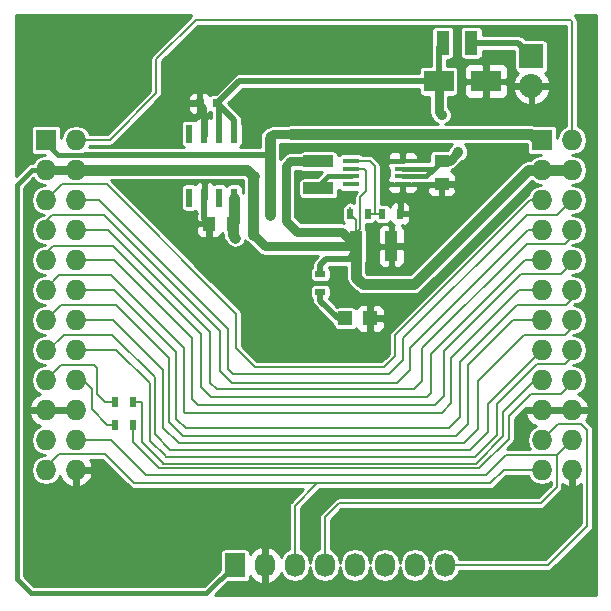
<source format=gtl>
G04 #@! TF.FileFunction,Copper,L1,Top,Signal*
%FSLAX46Y46*%
G04 Gerber Fmt 4.6, Leading zero omitted, Abs format (unit mm)*
G04 Created by KiCad (PCBNEW (2015-01-16 BZR 5376)-product) date 23/07/2015 11:54:15*
%MOMM*%
G01*
G04 APERTURE LIST*
%ADD10C,0.100000*%
%ADD11R,0.800000X0.750000*%
%ADD12R,1.250000X1.000000*%
%ADD13R,1.000000X1.250000*%
%ADD14R,1.000000X2.500000*%
%ADD15R,2.499360X1.800860*%
%ADD16R,1.140460X2.029460*%
%ADD17R,2.540000X1.021080*%
%ADD18R,2.032000X2.032000*%
%ADD19O,2.032000X2.032000*%
%ADD20R,1.727200X1.727200*%
%ADD21O,1.727200X1.727200*%
%ADD22R,0.500000X0.900000*%
%ADD23R,0.600000X1.550000*%
%ADD24R,1.450000X0.450000*%
%ADD25R,1.198880X1.198880*%
%ADD26R,0.900000X0.500000*%
%ADD27R,1.727200X2.032000*%
%ADD28O,1.727200X2.032000*%
%ADD29C,0.889000*%
%ADD30C,0.635000*%
%ADD31C,6.000000*%
%ADD32C,0.762000*%
%ADD33C,0.381000*%
%ADD34C,0.508000*%
%ADD35C,0.180000*%
%ADD36C,0.200000*%
%ADD37C,0.889000*%
%ADD38C,0.220000*%
G04 APERTURE END LIST*
D10*
D11*
X117510000Y-87905000D03*
X116010000Y-87905000D03*
D12*
X136500000Y-92750000D03*
X136500000Y-94750000D03*
D13*
X118825000Y-98100000D03*
X116825000Y-98100000D03*
D14*
X129250000Y-100000000D03*
X132250000Y-100000000D03*
D15*
X140258980Y-86030000D03*
X136261020Y-86030000D03*
D16*
X139013960Y-82780000D03*
X136606040Y-82780000D03*
D17*
X126075000Y-92804460D03*
X126075000Y-95095540D03*
D18*
X144110000Y-83905000D03*
D19*
X144110000Y-86445000D03*
D20*
X103000000Y-91000000D03*
D21*
X105540000Y-91000000D03*
X103000000Y-93540000D03*
X105540000Y-93540000D03*
X103000000Y-96080000D03*
X105540000Y-96080000D03*
X103000000Y-98620000D03*
X105540000Y-98620000D03*
X103000000Y-101160000D03*
X105540000Y-101160000D03*
X103000000Y-103700000D03*
X105540000Y-103700000D03*
X103000000Y-106240000D03*
X105540000Y-106240000D03*
X103000000Y-108780000D03*
X105540000Y-108780000D03*
X103000000Y-111320000D03*
X105540000Y-111320000D03*
X103000000Y-113860000D03*
X105540000Y-113860000D03*
X103000000Y-116400000D03*
X105540000Y-116400000D03*
X103000000Y-118940000D03*
X105540000Y-118940000D03*
D22*
X130250000Y-97250000D03*
X128750000Y-97250000D03*
X133000000Y-97250000D03*
X131500000Y-97250000D03*
X108850000Y-113200000D03*
X110350000Y-113200000D03*
X110350000Y-115100000D03*
X108850000Y-115100000D03*
D23*
X118955000Y-90475000D03*
X117685000Y-90475000D03*
X116415000Y-90475000D03*
X115145000Y-90475000D03*
X115145000Y-95875000D03*
X116415000Y-95875000D03*
X117685000Y-95875000D03*
X118955000Y-95875000D03*
D24*
X133200000Y-94725000D03*
X133200000Y-94075000D03*
X133200000Y-93425000D03*
X133200000Y-92775000D03*
X128800000Y-92775000D03*
X128800000Y-93425000D03*
X128800000Y-94075000D03*
X128800000Y-94725000D03*
D25*
X130459020Y-106105000D03*
X128360980Y-106105000D03*
D26*
X126235000Y-102355000D03*
X126235000Y-103855000D03*
D20*
X145000000Y-91000000D03*
D21*
X147540000Y-91000000D03*
X145000000Y-93540000D03*
X147540000Y-93540000D03*
X145000000Y-96080000D03*
X147540000Y-96080000D03*
X145000000Y-98620000D03*
X147540000Y-98620000D03*
X145000000Y-101160000D03*
X147540000Y-101160000D03*
X145000000Y-103700000D03*
X147540000Y-103700000D03*
X145000000Y-106240000D03*
X147540000Y-106240000D03*
X145000000Y-108780000D03*
X147540000Y-108780000D03*
X145000000Y-111320000D03*
X147540000Y-111320000D03*
X145000000Y-113860000D03*
X147540000Y-113860000D03*
X145000000Y-116400000D03*
X147540000Y-116400000D03*
X145000000Y-118940000D03*
X147540000Y-118940000D03*
D27*
X119000000Y-127000000D03*
D28*
X121540000Y-127000000D03*
X124080000Y-127000000D03*
X126620000Y-127000000D03*
X129160000Y-127000000D03*
X131700000Y-127000000D03*
X134240000Y-127000000D03*
X136780000Y-127000000D03*
D29*
X136510000Y-88880000D03*
X137910000Y-92030000D03*
D30*
X125550000Y-123250000D03*
X120600000Y-84300000D03*
X125050000Y-88200000D03*
D31*
X104000000Y-126000000D03*
X104000000Y-84000000D03*
D29*
X114635000Y-87905000D03*
X116385000Y-99905000D03*
X132110000Y-105730000D03*
X135185000Y-98605000D03*
X137910000Y-94905000D03*
X131710000Y-92505000D03*
D30*
X126000000Y-97000000D03*
X135000000Y-96500000D03*
X119050000Y-99280000D03*
X121950000Y-97330000D03*
D32*
X137910000Y-92030000D02*
X137190000Y-92750000D01*
X137190000Y-92750000D02*
X136500000Y-92750000D01*
X136261020Y-88631020D02*
X136510000Y-88880000D01*
X136261020Y-86030000D02*
X136261020Y-88631020D01*
D33*
X135825000Y-93425000D02*
X136500000Y-92750000D01*
X133200000Y-93425000D02*
X135825000Y-93425000D01*
X135175000Y-94075000D02*
X135825000Y-93425000D01*
X133200000Y-94075000D02*
X135175000Y-94075000D01*
D34*
X136261020Y-83125020D02*
X136606040Y-82780000D01*
X136261020Y-86030000D02*
X136261020Y-83125020D01*
X117685000Y-87730000D02*
X119385000Y-86030000D01*
X119385000Y-86030000D02*
X136261020Y-86030000D01*
X117685000Y-90475000D02*
X117685000Y-87730000D01*
X118955000Y-89325000D02*
X117685000Y-88055000D01*
X117685000Y-88055000D02*
X117685000Y-87730000D01*
X118955000Y-90475000D02*
X118955000Y-89325000D01*
D35*
X103000000Y-113860000D02*
X101640000Y-113860000D01*
X101500000Y-123500000D02*
X104000000Y-126000000D01*
X101500000Y-114000000D02*
X101500000Y-123500000D01*
X101640000Y-113860000D02*
X101500000Y-114000000D01*
D34*
X116415000Y-88310000D02*
X116010000Y-87905000D01*
X116415000Y-90475000D02*
X116415000Y-88310000D01*
X114635000Y-87905000D02*
X114535000Y-87805000D01*
X116010000Y-87905000D02*
X114635000Y-87905000D01*
X116415000Y-97690000D02*
X116825000Y-98100000D01*
X116415000Y-95875000D02*
X116415000Y-97690000D01*
X116825000Y-99465000D02*
X116825000Y-98100000D01*
X116385000Y-99905000D02*
X116825000Y-99465000D01*
X130459020Y-106105000D02*
X131735000Y-106105000D01*
X131735000Y-106105000D02*
X132110000Y-105730000D01*
X132250000Y-100000000D02*
X133790000Y-100000000D01*
X133790000Y-100000000D02*
X135185000Y-98605000D01*
D36*
X136475000Y-94725000D02*
X136500000Y-94750000D01*
X133200000Y-94725000D02*
X136475000Y-94725000D01*
D34*
X137755000Y-94750000D02*
X137910000Y-94905000D01*
X136500000Y-94750000D02*
X137755000Y-94750000D01*
X137910000Y-94905000D02*
X137960000Y-94905000D01*
X137960000Y-94905000D02*
X137910000Y-94905000D01*
D33*
X133200000Y-92775000D02*
X131980000Y-92775000D01*
X131980000Y-92775000D02*
X131710000Y-92505000D01*
D35*
X126000000Y-97000000D02*
X127000000Y-97000000D01*
D34*
X106440000Y-93540000D02*
X105540000Y-93540000D01*
D32*
X120600000Y-94075000D02*
X120065000Y-93540000D01*
X126075000Y-92804460D02*
X123695540Y-92804460D01*
X128062500Y-98812500D02*
X129250000Y-100000000D01*
X124250000Y-98775000D02*
X128025000Y-98775000D01*
X123325000Y-97850000D02*
X124250000Y-98775000D01*
X123325000Y-93175000D02*
X123325000Y-97850000D01*
X123695540Y-92804460D02*
X123325000Y-93175000D01*
X128062500Y-98812500D02*
X128025000Y-98775000D01*
X105540000Y-93540000D02*
X103000000Y-93540000D01*
D37*
X120537500Y-94012500D02*
X120600000Y-94075000D01*
X120065000Y-93540000D02*
X120537500Y-94012500D01*
X105540000Y-93540000D02*
X120065000Y-93540000D01*
X120537500Y-99012500D02*
X120600000Y-99075000D01*
D32*
X125900000Y-100000000D02*
X121525000Y-100000000D01*
X125900000Y-100000000D02*
X129250000Y-100000000D01*
X121525000Y-100000000D02*
X120600000Y-99075000D01*
D37*
X120537500Y-94012500D02*
X120537500Y-99012500D01*
X129250000Y-102650000D02*
X129825000Y-103225000D01*
X129825000Y-103225000D02*
X134175000Y-103225000D01*
X134175000Y-103225000D02*
X143860000Y-93540000D01*
X143860000Y-93540000D02*
X145000000Y-93540000D01*
X129250000Y-100000000D02*
X129250000Y-102650000D01*
X145000000Y-93540000D02*
X147540000Y-93540000D01*
D36*
X129250000Y-97750000D02*
X128750000Y-97250000D01*
X129250000Y-100000000D02*
X129250000Y-97750000D01*
D34*
X128760000Y-101080000D02*
X129250000Y-100000000D01*
X126235000Y-101555000D02*
X126710000Y-101080000D01*
X126710000Y-101080000D02*
X128760000Y-101080000D01*
X126235000Y-102355000D02*
X126235000Y-101555000D01*
D36*
X128750000Y-96715000D02*
X128750000Y-97250000D01*
X129635000Y-98530000D02*
X129635000Y-95830000D01*
X129635000Y-95830000D02*
X130135000Y-95330000D01*
X128800000Y-93425000D02*
X129905000Y-93425000D01*
X130135000Y-93655000D02*
X130135000Y-95330000D01*
X129905000Y-93425000D02*
X130135000Y-93655000D01*
X129250000Y-98915000D02*
X129635000Y-98530000D01*
X129250000Y-100000000D02*
X129250000Y-98915000D01*
D33*
X116600000Y-129400000D02*
X119000000Y-127000000D01*
X103000000Y-93540000D02*
X101810000Y-93540000D01*
X100550000Y-94800000D02*
X101810000Y-93540000D01*
X100550000Y-128200000D02*
X100550000Y-94800000D01*
X101750000Y-129400000D02*
X100550000Y-128200000D01*
X101750000Y-129400000D02*
X116600000Y-129400000D01*
D32*
X123720000Y-90530000D02*
X122220000Y-90530000D01*
D37*
X121950000Y-92450000D02*
X121950000Y-90800000D01*
X144100000Y-90530000D02*
X144570000Y-91000000D01*
X144100000Y-90530000D02*
X123720000Y-90530000D01*
X122070000Y-90680000D02*
X121950000Y-90800000D01*
D32*
X122220000Y-90530000D02*
X122070000Y-90680000D01*
D37*
X145000000Y-91000000D02*
X144570000Y-91000000D01*
X121950000Y-92450000D02*
X121950000Y-97330000D01*
X118825000Y-99055000D02*
X118825000Y-98100000D01*
X119050000Y-99280000D02*
X118825000Y-99055000D01*
X118955000Y-97970000D02*
X118825000Y-98100000D01*
X118955000Y-95875000D02*
X118955000Y-97970000D01*
D33*
X103000000Y-91000000D02*
X103000000Y-91300000D01*
D34*
X121790000Y-92290000D02*
X121950000Y-92450000D01*
D33*
X103000000Y-91300000D02*
X103990000Y-92290000D01*
X103990000Y-92290000D02*
X106340000Y-92290000D01*
D34*
X106340000Y-92290000D02*
X121790000Y-92290000D01*
X142985000Y-82780000D02*
X144110000Y-83905000D01*
X139013960Y-82780000D02*
X142985000Y-82780000D01*
D33*
X126075000Y-94925000D02*
X126075000Y-95095540D01*
X126925000Y-94075000D02*
X126075000Y-94925000D01*
X128800000Y-94075000D02*
X126925000Y-94075000D01*
D35*
X105540000Y-91000000D02*
X108400000Y-91000000D01*
X112350000Y-84150000D02*
X115695000Y-80805000D01*
X112350000Y-87050000D02*
X112350000Y-84150000D01*
X108400000Y-91000000D02*
X112350000Y-87050000D01*
D36*
X115695000Y-80805000D02*
X147385000Y-80805000D01*
X147385000Y-80805000D02*
X147540000Y-80960000D01*
X147540000Y-80960000D02*
X147540000Y-91000000D01*
D35*
X144020000Y-96080000D02*
X132550000Y-107550000D01*
X132550000Y-107550000D02*
X132550000Y-109300000D01*
X132550000Y-109300000D02*
X131600000Y-110250000D01*
X131600000Y-110250000D02*
X120700000Y-110250000D01*
X120700000Y-110250000D02*
X119100000Y-108650000D01*
X119100000Y-108650000D02*
X119100000Y-105700000D01*
X119100000Y-105700000D02*
X108150000Y-94750000D01*
X108150000Y-94750000D02*
X104330000Y-94750000D01*
X104330000Y-94750000D02*
X103000000Y-96080000D01*
X145000000Y-96080000D02*
X144020000Y-96080000D01*
X132050000Y-110850000D02*
X133250000Y-109650000D01*
X133250000Y-109650000D02*
X133250000Y-107800000D01*
X133250000Y-107800000D02*
X143700000Y-97350000D01*
X143700000Y-97350000D02*
X146270000Y-97350000D01*
X146270000Y-97350000D02*
X147540000Y-96080000D01*
X105540000Y-96080000D02*
X107480000Y-96080000D01*
X118850000Y-110850000D02*
X121350000Y-110850000D01*
X118400000Y-110400000D02*
X118850000Y-110850000D01*
X118400000Y-107000000D02*
X118400000Y-110400000D01*
X107480000Y-96080000D02*
X118400000Y-107000000D01*
X121350000Y-110850000D02*
X132050000Y-110850000D01*
X108800000Y-103700000D02*
X105540000Y-103700000D01*
X114050000Y-108950000D02*
X108800000Y-103700000D01*
X114050000Y-114600000D02*
X114050000Y-108950000D01*
X114850000Y-115400000D02*
X114050000Y-114600000D01*
X137150000Y-115400000D02*
X114850000Y-115400000D01*
X138050000Y-114500000D02*
X137150000Y-115400000D01*
X138050000Y-109800000D02*
X138050000Y-114500000D01*
X142900000Y-104950000D02*
X138050000Y-109800000D01*
X147050000Y-104950000D02*
X142900000Y-104950000D01*
X147540000Y-104460000D02*
X147050000Y-104950000D01*
X147540000Y-103700000D02*
X147540000Y-104460000D01*
X108220000Y-98620000D02*
X105540000Y-98620000D01*
X116900000Y-107300000D02*
X108220000Y-98620000D01*
X116900000Y-111550000D02*
X116900000Y-107300000D01*
X117450000Y-112100000D02*
X116900000Y-111550000D01*
X134150000Y-112100000D02*
X117450000Y-112100000D01*
X134850000Y-111400000D02*
X134150000Y-112100000D01*
X134850000Y-108650000D02*
X134850000Y-111400000D01*
X143700000Y-99800000D02*
X134850000Y-108650000D01*
X146950000Y-99800000D02*
X143700000Y-99800000D01*
X147540000Y-99210000D02*
X146950000Y-99800000D01*
X147540000Y-98620000D02*
X147540000Y-99210000D01*
X143590000Y-101160000D02*
X145000000Y-101160000D01*
X135600000Y-109150000D02*
X143590000Y-101160000D01*
X135600000Y-112450000D02*
X135600000Y-109150000D01*
X135300000Y-112750000D02*
X135600000Y-112450000D01*
X116950000Y-112750000D02*
X135300000Y-112750000D01*
X116150000Y-111950000D02*
X116950000Y-112750000D01*
X116150000Y-107400000D02*
X116150000Y-111950000D01*
X108700000Y-99950000D02*
X116150000Y-107400000D01*
X103600000Y-99950000D02*
X108700000Y-99950000D01*
X103000000Y-100550000D02*
X103600000Y-99950000D01*
X103000000Y-101160000D02*
X103000000Y-100550000D01*
X108810000Y-101160000D02*
X105540000Y-101160000D01*
X115400000Y-107750000D02*
X108810000Y-101160000D01*
X115400000Y-112950000D02*
X115400000Y-107750000D01*
X115900000Y-113450000D02*
X115400000Y-112950000D01*
X135950000Y-113450000D02*
X115900000Y-113450000D01*
X136700000Y-112700000D02*
X135950000Y-113450000D01*
X136700000Y-108850000D02*
X136700000Y-112700000D01*
X143200000Y-102350000D02*
X136700000Y-108850000D01*
X146600000Y-102350000D02*
X143200000Y-102350000D01*
X147540000Y-101410000D02*
X146600000Y-102350000D01*
X147540000Y-101160000D02*
X147540000Y-101410000D01*
X143100000Y-103700000D02*
X145000000Y-103700000D01*
X137300000Y-109500000D02*
X143100000Y-103700000D01*
X137300000Y-113300000D02*
X137300000Y-109500000D01*
X136500000Y-114100000D02*
X137300000Y-113300000D01*
X114750000Y-114100000D02*
X136500000Y-114100000D01*
X114700000Y-114050000D02*
X114750000Y-114100000D01*
X114700000Y-108650000D02*
X114700000Y-114050000D01*
X108500000Y-102450000D02*
X114700000Y-108650000D01*
X104150000Y-102450000D02*
X108500000Y-102450000D01*
X103000000Y-103600000D02*
X104150000Y-102450000D01*
X103000000Y-103700000D02*
X103000000Y-103600000D01*
X143830000Y-98620000D02*
X145000000Y-98620000D01*
X133850000Y-108600000D02*
X143830000Y-98620000D01*
X133850000Y-110450000D02*
X133850000Y-108600000D01*
X132750000Y-111550000D02*
X133850000Y-110450000D01*
X118750000Y-111550000D02*
X132750000Y-111550000D01*
X117750000Y-110550000D02*
X118750000Y-111550000D01*
X117750000Y-107150000D02*
X117750000Y-110550000D01*
X107950000Y-97350000D02*
X117750000Y-107150000D01*
X103500000Y-97350000D02*
X107950000Y-97350000D01*
X103000000Y-97850000D02*
X103500000Y-97350000D01*
X103000000Y-98620000D02*
X103000000Y-97850000D01*
X103000000Y-106240000D02*
X103010000Y-106240000D01*
X108900000Y-104950000D02*
X113450000Y-109500000D01*
X113450000Y-109500000D02*
X113450000Y-114900000D01*
X113450000Y-114900000D02*
X114600000Y-116050000D01*
X114600000Y-116050000D02*
X137750000Y-116050000D01*
X137750000Y-116050000D02*
X138750000Y-115050000D01*
X138750000Y-115050000D02*
X138750000Y-110050000D01*
X138750000Y-110050000D02*
X142560000Y-106240000D01*
X142560000Y-106240000D02*
X145000000Y-106240000D01*
X103010000Y-106240000D02*
X104300000Y-104950000D01*
X104300000Y-104950000D02*
X106600000Y-104950000D01*
X106600000Y-104950000D02*
X108900000Y-104950000D01*
X112950000Y-111000000D02*
X112950000Y-110950000D01*
X112950000Y-115350000D02*
X112950000Y-111000000D01*
X114250000Y-116650000D02*
X112950000Y-115350000D01*
X138400000Y-116650000D02*
X114250000Y-116650000D01*
X139600000Y-115450000D02*
X138400000Y-116650000D01*
X139600000Y-111400000D02*
X139600000Y-115450000D01*
X143500000Y-107500000D02*
X139600000Y-111400000D01*
X146950000Y-107500000D02*
X143500000Y-107500000D01*
X147540000Y-106910000D02*
X146950000Y-107500000D01*
X147540000Y-106240000D02*
X147540000Y-106910000D01*
X112950000Y-110500000D02*
X108690000Y-106240000D01*
X108690000Y-106240000D02*
X105540000Y-106240000D01*
X112950000Y-111000000D02*
X112950000Y-110500000D01*
X103000000Y-108780000D02*
X103220000Y-108780000D01*
X138900000Y-117250000D02*
X140450000Y-115700000D01*
X140450000Y-115700000D02*
X140450000Y-113330000D01*
X140450000Y-113330000D02*
X145000000Y-108780000D01*
X103220000Y-108780000D02*
X104500000Y-107500000D01*
X104500000Y-107500000D02*
X108600000Y-107500000D01*
X108600000Y-107500000D02*
X112200000Y-111100000D01*
X112200000Y-111100000D02*
X112200000Y-115900000D01*
X112200000Y-115900000D02*
X113550000Y-117250000D01*
X113550000Y-117250000D02*
X117100000Y-117250000D01*
X117100000Y-117250000D02*
X138900000Y-117250000D01*
X147540000Y-108780000D02*
X147540000Y-109410000D01*
X113150000Y-117800000D02*
X111800000Y-116450000D01*
X111800000Y-116450000D02*
X111800000Y-111600000D01*
X111800000Y-111600000D02*
X108980000Y-108780000D01*
X108980000Y-108780000D02*
X105540000Y-108780000D01*
X147540000Y-109410000D02*
X146950000Y-110000000D01*
X146950000Y-110000000D02*
X144550000Y-110000000D01*
X144550000Y-110000000D02*
X141200000Y-113350000D01*
X141200000Y-113350000D02*
X141200000Y-116000000D01*
X141200000Y-116000000D02*
X139350000Y-117850000D01*
X139350000Y-117850000D02*
X113150000Y-117850000D01*
X113150000Y-117850000D02*
X113150000Y-117800000D01*
X108010002Y-113200000D02*
X107350000Y-112539998D01*
X107350000Y-112539998D02*
X107350000Y-110350000D01*
X107350000Y-110350000D02*
X107050000Y-110050000D01*
X107050000Y-110050000D02*
X104270000Y-110050000D01*
X104270000Y-110050000D02*
X103000000Y-111320000D01*
X108850000Y-113200000D02*
X108010002Y-113200000D01*
X108200000Y-115100000D02*
X108850000Y-115100000D01*
X106900000Y-113800000D02*
X108200000Y-115100000D01*
X106900000Y-112100000D02*
X106900000Y-113800000D01*
X106120000Y-111320000D02*
X106900000Y-112100000D01*
X105540000Y-111320000D02*
X106120000Y-111320000D01*
X126620000Y-127000000D02*
X126620000Y-122930000D01*
X127800000Y-121750000D02*
X134700000Y-121750000D01*
X126620000Y-122930000D02*
X127800000Y-121750000D01*
X146240000Y-117700000D02*
X141950000Y-117700000D01*
X108500000Y-116400000D02*
X105540000Y-116400000D01*
X111500000Y-119400000D02*
X108500000Y-116400000D01*
X140250000Y-119400000D02*
X111500000Y-119400000D01*
X141950000Y-117700000D02*
X140250000Y-119400000D01*
X146240000Y-120410000D02*
X146240000Y-117700000D01*
X144900000Y-121750000D02*
X146240000Y-120410000D01*
X134600000Y-121750000D02*
X134700000Y-121750000D01*
X134700000Y-121750000D02*
X144900000Y-121750000D01*
X146240000Y-117700000D02*
X147540000Y-116400000D01*
X124080000Y-127000000D02*
X124080000Y-121970000D01*
X124080000Y-121970000D02*
X125989998Y-120060002D01*
D33*
X124000000Y-127000000D02*
X123800000Y-127000000D01*
D35*
X134139998Y-120060002D02*
X135400000Y-120060002D01*
X103000000Y-118940000D02*
X103000000Y-118700000D01*
X140639998Y-120060002D02*
X141760000Y-118940000D01*
X141760000Y-118940000D02*
X145000000Y-118940000D01*
X103000000Y-118700000D02*
X104100000Y-117600000D01*
X104100000Y-117600000D02*
X108000000Y-117600000D01*
X108000000Y-117600000D02*
X110460002Y-120060002D01*
X110460002Y-120060002D02*
X113500000Y-120060002D01*
X113500000Y-120060002D02*
X125989998Y-120060002D01*
X125989998Y-120060002D02*
X135400000Y-120060002D01*
X135400000Y-120060002D02*
X140639998Y-120060002D01*
D36*
X130860000Y-97250000D02*
X131500000Y-97250000D01*
X130250000Y-97250000D02*
X130860000Y-97250000D01*
X130860000Y-93205000D02*
X130430000Y-92775000D01*
X130430000Y-92775000D02*
X128800000Y-92775000D01*
X130860000Y-97250000D02*
X130860000Y-93205000D01*
D35*
X113800000Y-118400000D02*
X112950000Y-118400000D01*
X141700000Y-116100000D02*
X141700000Y-114050000D01*
X144430000Y-111320000D02*
X141700000Y-114050000D01*
X111150000Y-113200000D02*
X110350000Y-113200000D01*
X111150000Y-116600000D02*
X112900000Y-118350000D01*
X111150000Y-113200000D02*
X111150000Y-116600000D01*
X113800000Y-118400000D02*
X139400000Y-118400000D01*
X139400000Y-118400000D02*
X141700000Y-116100000D01*
X112950000Y-118400000D02*
X112900000Y-118350000D01*
X144430000Y-111320000D02*
X145000000Y-111320000D01*
X110350000Y-116550000D02*
X110350000Y-115100000D01*
X112600000Y-118800000D02*
X110350000Y-116550000D01*
X139700000Y-118800000D02*
X112600000Y-118800000D01*
X142200000Y-116300000D02*
X139700000Y-118800000D01*
X142200000Y-114400000D02*
X142200000Y-116300000D01*
X144100000Y-112500000D02*
X142200000Y-114400000D01*
X146600000Y-112500000D02*
X144100000Y-112500000D01*
X147540000Y-111560000D02*
X146600000Y-112500000D01*
X147540000Y-111320000D02*
X147540000Y-111560000D01*
D34*
X126235000Y-104630000D02*
X127710000Y-106105000D01*
X127710000Y-106105000D02*
X128360980Y-106105000D01*
X126235000Y-103855000D02*
X126235000Y-104630000D01*
D35*
X148850000Y-120350000D02*
X148850000Y-123650000D01*
X145500000Y-127000000D02*
X136780000Y-127000000D01*
X148850000Y-123650000D02*
X145500000Y-127000000D01*
X148850000Y-120400000D02*
X148850000Y-120350000D01*
X148850000Y-120350000D02*
X148850000Y-115600000D01*
X148850000Y-115600000D02*
X148300000Y-115050000D01*
X148300000Y-115050000D02*
X146350000Y-115050000D01*
X146350000Y-115050000D02*
X145000000Y-116400000D01*
D38*
G36*
X115323936Y-80460000D02*
X115305899Y-80486993D01*
X111996447Y-83796447D01*
X111888060Y-83958658D01*
X111850000Y-84150000D01*
X111850000Y-86842893D01*
X108192893Y-90500000D01*
X106733175Y-90500000D01*
X106465522Y-90099429D01*
X106052337Y-89823347D01*
X105564951Y-89726400D01*
X105515049Y-89726400D01*
X105027663Y-89823347D01*
X104614478Y-90099429D01*
X104338396Y-90512614D01*
X104281632Y-90797986D01*
X104281632Y-90136400D01*
X104251300Y-89980068D01*
X104161043Y-89842667D01*
X104024785Y-89750692D01*
X103863600Y-89718368D01*
X102136400Y-89718368D01*
X101980068Y-89748700D01*
X101842667Y-89838957D01*
X101750692Y-89975215D01*
X101718368Y-90136400D01*
X101718368Y-91863600D01*
X101748700Y-92019932D01*
X101838957Y-92157333D01*
X101975215Y-92249308D01*
X102136400Y-92281632D01*
X102898472Y-92281632D01*
X102487663Y-92363347D01*
X102074478Y-92639429D01*
X101873976Y-92939500D01*
X101810000Y-92939500D01*
X101580198Y-92985210D01*
X101385382Y-93115382D01*
X100460000Y-94040764D01*
X100460000Y-80460000D01*
X115323936Y-80460000D01*
X115323936Y-80460000D01*
G37*
X115323936Y-80460000D02*
X115305899Y-80486993D01*
X111996447Y-83796447D01*
X111888060Y-83958658D01*
X111850000Y-84150000D01*
X111850000Y-86842893D01*
X108192893Y-90500000D01*
X106733175Y-90500000D01*
X106465522Y-90099429D01*
X106052337Y-89823347D01*
X105564951Y-89726400D01*
X105515049Y-89726400D01*
X105027663Y-89823347D01*
X104614478Y-90099429D01*
X104338396Y-90512614D01*
X104281632Y-90797986D01*
X104281632Y-90136400D01*
X104251300Y-89980068D01*
X104161043Y-89842667D01*
X104024785Y-89750692D01*
X103863600Y-89718368D01*
X102136400Y-89718368D01*
X101980068Y-89748700D01*
X101842667Y-89838957D01*
X101750692Y-89975215D01*
X101718368Y-90136400D01*
X101718368Y-91863600D01*
X101748700Y-92019932D01*
X101838957Y-92157333D01*
X101975215Y-92249308D01*
X102136400Y-92281632D01*
X102898472Y-92281632D01*
X102487663Y-92363347D01*
X102074478Y-92639429D01*
X101873976Y-92939500D01*
X101810000Y-92939500D01*
X101580198Y-92985210D01*
X101385382Y-93115382D01*
X100460000Y-94040764D01*
X100460000Y-80460000D01*
X115323936Y-80460000D01*
G36*
X129375719Y-95368032D02*
X129274376Y-95469376D01*
X129163821Y-95634831D01*
X129125000Y-95830000D01*
X129125000Y-96375890D01*
X129110624Y-96354376D01*
X128945169Y-96243821D01*
X128750000Y-96205000D01*
X128554831Y-96243821D01*
X128389376Y-96354376D01*
X128351715Y-96410738D01*
X128343668Y-96412300D01*
X128206267Y-96502557D01*
X128114292Y-96638815D01*
X128081968Y-96800000D01*
X128081968Y-97700000D01*
X128112300Y-97856332D01*
X128202557Y-97993733D01*
X128256296Y-98030007D01*
X128025000Y-97984000D01*
X124577642Y-97984000D01*
X124116000Y-97522357D01*
X124116000Y-93595460D01*
X124498838Y-93595460D01*
X124507557Y-93608733D01*
X124643815Y-93700708D01*
X124805000Y-93733032D01*
X126417732Y-93733032D01*
X125983796Y-94166968D01*
X124805000Y-94166968D01*
X124648668Y-94197300D01*
X124511267Y-94287557D01*
X124419292Y-94423815D01*
X124386968Y-94585000D01*
X124386968Y-95606080D01*
X124417300Y-95762412D01*
X124507557Y-95899813D01*
X124643815Y-95991788D01*
X124805000Y-96024112D01*
X127345000Y-96024112D01*
X127501332Y-95993780D01*
X127638733Y-95903523D01*
X127730708Y-95767265D01*
X127763032Y-95606080D01*
X127763032Y-95221621D01*
X127777557Y-95243733D01*
X127913815Y-95335708D01*
X128075000Y-95368032D01*
X129375719Y-95368032D01*
X129375719Y-95368032D01*
G37*
X129375719Y-95368032D02*
X129274376Y-95469376D01*
X129163821Y-95634831D01*
X129125000Y-95830000D01*
X129125000Y-96375890D01*
X129110624Y-96354376D01*
X128945169Y-96243821D01*
X128750000Y-96205000D01*
X128554831Y-96243821D01*
X128389376Y-96354376D01*
X128351715Y-96410738D01*
X128343668Y-96412300D01*
X128206267Y-96502557D01*
X128114292Y-96638815D01*
X128081968Y-96800000D01*
X128081968Y-97700000D01*
X128112300Y-97856332D01*
X128202557Y-97993733D01*
X128256296Y-98030007D01*
X128025000Y-97984000D01*
X124577642Y-97984000D01*
X124116000Y-97522357D01*
X124116000Y-93595460D01*
X124498838Y-93595460D01*
X124507557Y-93608733D01*
X124643815Y-93700708D01*
X124805000Y-93733032D01*
X126417732Y-93733032D01*
X125983796Y-94166968D01*
X124805000Y-94166968D01*
X124648668Y-94197300D01*
X124511267Y-94287557D01*
X124419292Y-94423815D01*
X124386968Y-94585000D01*
X124386968Y-95606080D01*
X124417300Y-95762412D01*
X124507557Y-95899813D01*
X124643815Y-95991788D01*
X124805000Y-96024112D01*
X127345000Y-96024112D01*
X127501332Y-95993780D01*
X127638733Y-95903523D01*
X127730708Y-95767265D01*
X127763032Y-95606080D01*
X127763032Y-95221621D01*
X127777557Y-95243733D01*
X127913815Y-95335708D01*
X128075000Y-95368032D01*
X129375719Y-95368032D01*
G36*
X136197552Y-89675500D02*
X123720000Y-89675500D01*
X123400764Y-89739000D01*
X122220000Y-89739000D01*
X121917297Y-89799211D01*
X121796549Y-89879892D01*
X121742997Y-89890545D01*
X121465778Y-90075777D01*
X121345777Y-90195777D01*
X121160545Y-90472997D01*
X121095500Y-90800000D01*
X121095500Y-91626000D01*
X119429143Y-91626000D01*
X119548733Y-91547443D01*
X119640708Y-91411185D01*
X119673032Y-91250000D01*
X119673032Y-89700000D01*
X119642700Y-89543668D01*
X119619000Y-89507588D01*
X119619000Y-89325000D01*
X119568456Y-89070898D01*
X119424519Y-88855481D01*
X118461538Y-87892500D01*
X119660038Y-86694000D01*
X134593308Y-86694000D01*
X134593308Y-86930430D01*
X134623640Y-87086762D01*
X134713897Y-87224163D01*
X134850155Y-87316138D01*
X135011340Y-87348462D01*
X135470020Y-87348462D01*
X135470020Y-88631020D01*
X135530231Y-88933723D01*
X135701699Y-89190341D01*
X135722081Y-89210723D01*
X135785167Y-89363403D01*
X136025332Y-89603988D01*
X136197552Y-89675500D01*
X136197552Y-89675500D01*
G37*
X136197552Y-89675500D02*
X123720000Y-89675500D01*
X123400764Y-89739000D01*
X122220000Y-89739000D01*
X121917297Y-89799211D01*
X121796549Y-89879892D01*
X121742997Y-89890545D01*
X121465778Y-90075777D01*
X121345777Y-90195777D01*
X121160545Y-90472997D01*
X121095500Y-90800000D01*
X121095500Y-91626000D01*
X119429143Y-91626000D01*
X119548733Y-91547443D01*
X119640708Y-91411185D01*
X119673032Y-91250000D01*
X119673032Y-89700000D01*
X119642700Y-89543668D01*
X119619000Y-89507588D01*
X119619000Y-89325000D01*
X119568456Y-89070898D01*
X119424519Y-88855481D01*
X118461538Y-87892500D01*
X119660038Y-86694000D01*
X134593308Y-86694000D01*
X134593308Y-86930430D01*
X134623640Y-87086762D01*
X134713897Y-87224163D01*
X134850155Y-87316138D01*
X135011340Y-87348462D01*
X135470020Y-87348462D01*
X135470020Y-88631020D01*
X135530231Y-88933723D01*
X135701699Y-89190341D01*
X135722081Y-89210723D01*
X135785167Y-89363403D01*
X136025332Y-89603988D01*
X136197552Y-89675500D01*
G36*
X144898472Y-92281632D02*
X144487663Y-92363347D01*
X144074478Y-92639429D01*
X144043694Y-92685500D01*
X143860000Y-92685500D01*
X143532997Y-92750545D01*
X143255777Y-92935777D01*
X143255774Y-92935780D01*
X137743000Y-98448554D01*
X137743000Y-95372928D01*
X137743000Y-95048500D01*
X137588500Y-94894000D01*
X136644000Y-94894000D01*
X136644000Y-95713500D01*
X136798500Y-95868000D01*
X137002072Y-95868000D01*
X137247928Y-95868000D01*
X137475069Y-95773915D01*
X137648915Y-95600069D01*
X137743000Y-95372928D01*
X137743000Y-98448554D01*
X136356000Y-99835554D01*
X136356000Y-95713500D01*
X136356000Y-94894000D01*
X135411500Y-94894000D01*
X135257000Y-95048500D01*
X135257000Y-95372928D01*
X135351085Y-95600069D01*
X135524931Y-95773915D01*
X135752072Y-95868000D01*
X135997928Y-95868000D01*
X136201500Y-95868000D01*
X136356000Y-95713500D01*
X136356000Y-99835554D01*
X134543000Y-101648554D01*
X134543000Y-95072928D01*
X134543000Y-94992000D01*
X134388500Y-94837500D01*
X133344000Y-94837500D01*
X133344000Y-95413500D01*
X133498500Y-95568000D01*
X134047928Y-95568000D01*
X134275069Y-95473915D01*
X134448915Y-95300069D01*
X134543000Y-95072928D01*
X134543000Y-101648554D01*
X133868000Y-102323554D01*
X133821054Y-102370500D01*
X133368000Y-102370500D01*
X133368000Y-101372928D01*
X133368000Y-101127072D01*
X133368000Y-100298500D01*
X133213500Y-100144000D01*
X132394000Y-100144000D01*
X132394000Y-101713500D01*
X132548500Y-101868000D01*
X132872928Y-101868000D01*
X133100069Y-101773915D01*
X133273915Y-101600069D01*
X133368000Y-101372928D01*
X133368000Y-102370500D01*
X132106000Y-102370500D01*
X132106000Y-101713500D01*
X132106000Y-100144000D01*
X132106000Y-99856000D01*
X132106000Y-98286500D01*
X131951500Y-98132000D01*
X131627072Y-98132000D01*
X131399931Y-98226085D01*
X131226085Y-98399931D01*
X131132000Y-98627072D01*
X131132000Y-98872928D01*
X131132000Y-99701500D01*
X131286500Y-99856000D01*
X132106000Y-99856000D01*
X132106000Y-100144000D01*
X131286500Y-100144000D01*
X131132000Y-100298500D01*
X131132000Y-101127072D01*
X131132000Y-101372928D01*
X131226085Y-101600069D01*
X131399931Y-101773915D01*
X131627072Y-101868000D01*
X131951500Y-101868000D01*
X132106000Y-101713500D01*
X132106000Y-102370500D01*
X130178946Y-102370500D01*
X130104500Y-102296054D01*
X130104500Y-101457418D01*
X130135708Y-101411185D01*
X130168032Y-101250000D01*
X130168032Y-98750000D01*
X130137700Y-98593668D01*
X130133582Y-98587399D01*
X130144999Y-98530000D01*
X130145000Y-98530000D01*
X130145000Y-98118032D01*
X130500000Y-98118032D01*
X130656332Y-98087700D01*
X130793733Y-97997443D01*
X130875460Y-97876366D01*
X130952557Y-97993733D01*
X131088815Y-98085708D01*
X131250000Y-98118032D01*
X131750000Y-98118032D01*
X131906332Y-98087700D01*
X132043733Y-97997443D01*
X132135708Y-97861185D01*
X132139667Y-97841439D01*
X132226085Y-98050069D01*
X132399931Y-98223915D01*
X132439991Y-98240508D01*
X132394000Y-98286500D01*
X132394000Y-99856000D01*
X133213500Y-99856000D01*
X133368000Y-99701500D01*
X133368000Y-98872928D01*
X133368000Y-98627072D01*
X133273915Y-98399931D01*
X133144002Y-98270018D01*
X133144002Y-98182502D01*
X133279500Y-98318000D01*
X133372928Y-98318000D01*
X133600069Y-98223915D01*
X133773915Y-98050069D01*
X133868000Y-97822928D01*
X133868000Y-97577072D01*
X133868000Y-97548500D01*
X133868000Y-96951500D01*
X133868000Y-96922928D01*
X133868000Y-96677072D01*
X133773915Y-96449931D01*
X133600069Y-96276085D01*
X133372928Y-96182000D01*
X133279500Y-96182000D01*
X133125000Y-96336500D01*
X133125000Y-97106000D01*
X133713500Y-97106000D01*
X133868000Y-96951500D01*
X133868000Y-97548500D01*
X133713500Y-97394000D01*
X133125000Y-97394000D01*
X133125000Y-97414000D01*
X133056000Y-97414000D01*
X133056000Y-95413500D01*
X133056000Y-94837500D01*
X132011500Y-94837500D01*
X131857000Y-94992000D01*
X131857000Y-95072928D01*
X131951085Y-95300069D01*
X132124931Y-95473915D01*
X132352072Y-95568000D01*
X132901500Y-95568000D01*
X133056000Y-95413500D01*
X133056000Y-97414000D01*
X132875000Y-97414000D01*
X132875000Y-97394000D01*
X132836000Y-97394000D01*
X132836000Y-97106000D01*
X132875000Y-97106000D01*
X132875000Y-96336500D01*
X132720500Y-96182000D01*
X132627072Y-96182000D01*
X132399931Y-96276085D01*
X132226085Y-96449931D01*
X132140295Y-96657045D01*
X132137700Y-96643668D01*
X132047443Y-96506267D01*
X131911185Y-96414292D01*
X131750000Y-96381968D01*
X131370000Y-96381968D01*
X131370000Y-93205000D01*
X131331179Y-93009832D01*
X131331179Y-93009831D01*
X131286896Y-92943559D01*
X131220625Y-92844376D01*
X130790624Y-92414376D01*
X130625169Y-92303821D01*
X130430000Y-92265000D01*
X129828179Y-92265000D01*
X129822443Y-92256267D01*
X129686185Y-92164292D01*
X129525000Y-92131968D01*
X128075000Y-92131968D01*
X127918668Y-92162300D01*
X127781267Y-92252557D01*
X127760869Y-92282775D01*
X127732700Y-92137588D01*
X127642443Y-92000187D01*
X127506185Y-91908212D01*
X127345000Y-91875888D01*
X124805000Y-91875888D01*
X124648668Y-91906220D01*
X124511267Y-91996477D01*
X124499803Y-92013460D01*
X123695540Y-92013460D01*
X123392837Y-92073671D01*
X123290050Y-92142351D01*
X123136219Y-92245138D01*
X122804500Y-92576857D01*
X122804500Y-92450000D01*
X122804500Y-91321000D01*
X123400764Y-91321000D01*
X123720000Y-91384500D01*
X137347125Y-91384500D01*
X137186012Y-91545332D01*
X137122094Y-91699262D01*
X136989389Y-91831968D01*
X135875000Y-91831968D01*
X135718668Y-91862300D01*
X135581267Y-91952557D01*
X135489292Y-92088815D01*
X135456968Y-92250000D01*
X135456968Y-92824500D01*
X134543000Y-92824500D01*
X134543000Y-92508000D01*
X134543000Y-92427072D01*
X134448915Y-92199931D01*
X134275069Y-92026085D01*
X134047928Y-91932000D01*
X133498500Y-91932000D01*
X133344000Y-92086500D01*
X133344000Y-92662500D01*
X134388500Y-92662500D01*
X134543000Y-92508000D01*
X134543000Y-92824500D01*
X134101307Y-92824500D01*
X134086185Y-92814292D01*
X133925000Y-92781968D01*
X133056000Y-92781968D01*
X133056000Y-92662500D01*
X133056000Y-92086500D01*
X132901500Y-91932000D01*
X132352072Y-91932000D01*
X132124931Y-92026085D01*
X131951085Y-92199931D01*
X131857000Y-92427072D01*
X131857000Y-92508000D01*
X132011500Y-92662500D01*
X133056000Y-92662500D01*
X133056000Y-92781968D01*
X132475000Y-92781968D01*
X132318668Y-92812300D01*
X132204188Y-92887500D01*
X132011500Y-92887500D01*
X131857000Y-93042000D01*
X131857000Y-93122928D01*
X131951085Y-93350069D01*
X132056968Y-93455952D01*
X132056968Y-93650000D01*
X132076690Y-93751651D01*
X132056968Y-93850000D01*
X132056968Y-94044048D01*
X131951085Y-94149931D01*
X131857000Y-94377072D01*
X131857000Y-94458000D01*
X132011500Y-94612500D01*
X132205359Y-94612500D01*
X132313815Y-94685708D01*
X132475000Y-94718032D01*
X133925000Y-94718032D01*
X134081332Y-94687700D01*
X134099904Y-94675500D01*
X135174994Y-94675500D01*
X135175000Y-94675501D01*
X135175000Y-94675500D01*
X135404801Y-94629790D01*
X135404802Y-94629790D01*
X135440405Y-94606000D01*
X135440406Y-94606000D01*
X136356000Y-94606000D01*
X136356000Y-94586000D01*
X136644000Y-94586000D01*
X136644000Y-94606000D01*
X137588500Y-94606000D01*
X137743000Y-94451500D01*
X137743000Y-94127072D01*
X137648915Y-93899931D01*
X137475069Y-93726085D01*
X137267954Y-93640295D01*
X137281332Y-93637700D01*
X137418733Y-93547443D01*
X137459230Y-93487447D01*
X137459230Y-93487446D01*
X137492703Y-93480789D01*
X137749321Y-93309321D01*
X138240724Y-92817918D01*
X138393403Y-92754833D01*
X138633988Y-92514668D01*
X138764352Y-92200716D01*
X138764648Y-91860775D01*
X138634833Y-91546597D01*
X138473018Y-91384500D01*
X143718368Y-91384500D01*
X143718368Y-91863600D01*
X143748700Y-92019932D01*
X143838957Y-92157333D01*
X143975215Y-92249308D01*
X144136400Y-92281632D01*
X144898472Y-92281632D01*
X144898472Y-92281632D01*
G37*
X144898472Y-92281632D02*
X144487663Y-92363347D01*
X144074478Y-92639429D01*
X144043694Y-92685500D01*
X143860000Y-92685500D01*
X143532997Y-92750545D01*
X143255777Y-92935777D01*
X143255774Y-92935780D01*
X137743000Y-98448554D01*
X137743000Y-95372928D01*
X137743000Y-95048500D01*
X137588500Y-94894000D01*
X136644000Y-94894000D01*
X136644000Y-95713500D01*
X136798500Y-95868000D01*
X137002072Y-95868000D01*
X137247928Y-95868000D01*
X137475069Y-95773915D01*
X137648915Y-95600069D01*
X137743000Y-95372928D01*
X137743000Y-98448554D01*
X136356000Y-99835554D01*
X136356000Y-95713500D01*
X136356000Y-94894000D01*
X135411500Y-94894000D01*
X135257000Y-95048500D01*
X135257000Y-95372928D01*
X135351085Y-95600069D01*
X135524931Y-95773915D01*
X135752072Y-95868000D01*
X135997928Y-95868000D01*
X136201500Y-95868000D01*
X136356000Y-95713500D01*
X136356000Y-99835554D01*
X134543000Y-101648554D01*
X134543000Y-95072928D01*
X134543000Y-94992000D01*
X134388500Y-94837500D01*
X133344000Y-94837500D01*
X133344000Y-95413500D01*
X133498500Y-95568000D01*
X134047928Y-95568000D01*
X134275069Y-95473915D01*
X134448915Y-95300069D01*
X134543000Y-95072928D01*
X134543000Y-101648554D01*
X133868000Y-102323554D01*
X133821054Y-102370500D01*
X133368000Y-102370500D01*
X133368000Y-101372928D01*
X133368000Y-101127072D01*
X133368000Y-100298500D01*
X133213500Y-100144000D01*
X132394000Y-100144000D01*
X132394000Y-101713500D01*
X132548500Y-101868000D01*
X132872928Y-101868000D01*
X133100069Y-101773915D01*
X133273915Y-101600069D01*
X133368000Y-101372928D01*
X133368000Y-102370500D01*
X132106000Y-102370500D01*
X132106000Y-101713500D01*
X132106000Y-100144000D01*
X132106000Y-99856000D01*
X132106000Y-98286500D01*
X131951500Y-98132000D01*
X131627072Y-98132000D01*
X131399931Y-98226085D01*
X131226085Y-98399931D01*
X131132000Y-98627072D01*
X131132000Y-98872928D01*
X131132000Y-99701500D01*
X131286500Y-99856000D01*
X132106000Y-99856000D01*
X132106000Y-100144000D01*
X131286500Y-100144000D01*
X131132000Y-100298500D01*
X131132000Y-101127072D01*
X131132000Y-101372928D01*
X131226085Y-101600069D01*
X131399931Y-101773915D01*
X131627072Y-101868000D01*
X131951500Y-101868000D01*
X132106000Y-101713500D01*
X132106000Y-102370500D01*
X130178946Y-102370500D01*
X130104500Y-102296054D01*
X130104500Y-101457418D01*
X130135708Y-101411185D01*
X130168032Y-101250000D01*
X130168032Y-98750000D01*
X130137700Y-98593668D01*
X130133582Y-98587399D01*
X130144999Y-98530000D01*
X130145000Y-98530000D01*
X130145000Y-98118032D01*
X130500000Y-98118032D01*
X130656332Y-98087700D01*
X130793733Y-97997443D01*
X130875460Y-97876366D01*
X130952557Y-97993733D01*
X131088815Y-98085708D01*
X131250000Y-98118032D01*
X131750000Y-98118032D01*
X131906332Y-98087700D01*
X132043733Y-97997443D01*
X132135708Y-97861185D01*
X132139667Y-97841439D01*
X132226085Y-98050069D01*
X132399931Y-98223915D01*
X132439991Y-98240508D01*
X132394000Y-98286500D01*
X132394000Y-99856000D01*
X133213500Y-99856000D01*
X133368000Y-99701500D01*
X133368000Y-98872928D01*
X133368000Y-98627072D01*
X133273915Y-98399931D01*
X133144002Y-98270018D01*
X133144002Y-98182502D01*
X133279500Y-98318000D01*
X133372928Y-98318000D01*
X133600069Y-98223915D01*
X133773915Y-98050069D01*
X133868000Y-97822928D01*
X133868000Y-97577072D01*
X133868000Y-97548500D01*
X133868000Y-96951500D01*
X133868000Y-96922928D01*
X133868000Y-96677072D01*
X133773915Y-96449931D01*
X133600069Y-96276085D01*
X133372928Y-96182000D01*
X133279500Y-96182000D01*
X133125000Y-96336500D01*
X133125000Y-97106000D01*
X133713500Y-97106000D01*
X133868000Y-96951500D01*
X133868000Y-97548500D01*
X133713500Y-97394000D01*
X133125000Y-97394000D01*
X133125000Y-97414000D01*
X133056000Y-97414000D01*
X133056000Y-95413500D01*
X133056000Y-94837500D01*
X132011500Y-94837500D01*
X131857000Y-94992000D01*
X131857000Y-95072928D01*
X131951085Y-95300069D01*
X132124931Y-95473915D01*
X132352072Y-95568000D01*
X132901500Y-95568000D01*
X133056000Y-95413500D01*
X133056000Y-97414000D01*
X132875000Y-97414000D01*
X132875000Y-97394000D01*
X132836000Y-97394000D01*
X132836000Y-97106000D01*
X132875000Y-97106000D01*
X132875000Y-96336500D01*
X132720500Y-96182000D01*
X132627072Y-96182000D01*
X132399931Y-96276085D01*
X132226085Y-96449931D01*
X132140295Y-96657045D01*
X132137700Y-96643668D01*
X132047443Y-96506267D01*
X131911185Y-96414292D01*
X131750000Y-96381968D01*
X131370000Y-96381968D01*
X131370000Y-93205000D01*
X131331179Y-93009832D01*
X131331179Y-93009831D01*
X131286896Y-92943559D01*
X131220625Y-92844376D01*
X130790624Y-92414376D01*
X130625169Y-92303821D01*
X130430000Y-92265000D01*
X129828179Y-92265000D01*
X129822443Y-92256267D01*
X129686185Y-92164292D01*
X129525000Y-92131968D01*
X128075000Y-92131968D01*
X127918668Y-92162300D01*
X127781267Y-92252557D01*
X127760869Y-92282775D01*
X127732700Y-92137588D01*
X127642443Y-92000187D01*
X127506185Y-91908212D01*
X127345000Y-91875888D01*
X124805000Y-91875888D01*
X124648668Y-91906220D01*
X124511267Y-91996477D01*
X124499803Y-92013460D01*
X123695540Y-92013460D01*
X123392837Y-92073671D01*
X123290050Y-92142351D01*
X123136219Y-92245138D01*
X122804500Y-92576857D01*
X122804500Y-92450000D01*
X122804500Y-91321000D01*
X123400764Y-91321000D01*
X123720000Y-91384500D01*
X137347125Y-91384500D01*
X137186012Y-91545332D01*
X137122094Y-91699262D01*
X136989389Y-91831968D01*
X135875000Y-91831968D01*
X135718668Y-91862300D01*
X135581267Y-91952557D01*
X135489292Y-92088815D01*
X135456968Y-92250000D01*
X135456968Y-92824500D01*
X134543000Y-92824500D01*
X134543000Y-92508000D01*
X134543000Y-92427072D01*
X134448915Y-92199931D01*
X134275069Y-92026085D01*
X134047928Y-91932000D01*
X133498500Y-91932000D01*
X133344000Y-92086500D01*
X133344000Y-92662500D01*
X134388500Y-92662500D01*
X134543000Y-92508000D01*
X134543000Y-92824500D01*
X134101307Y-92824500D01*
X134086185Y-92814292D01*
X133925000Y-92781968D01*
X133056000Y-92781968D01*
X133056000Y-92662500D01*
X133056000Y-92086500D01*
X132901500Y-91932000D01*
X132352072Y-91932000D01*
X132124931Y-92026085D01*
X131951085Y-92199931D01*
X131857000Y-92427072D01*
X131857000Y-92508000D01*
X132011500Y-92662500D01*
X133056000Y-92662500D01*
X133056000Y-92781968D01*
X132475000Y-92781968D01*
X132318668Y-92812300D01*
X132204188Y-92887500D01*
X132011500Y-92887500D01*
X131857000Y-93042000D01*
X131857000Y-93122928D01*
X131951085Y-93350069D01*
X132056968Y-93455952D01*
X132056968Y-93650000D01*
X132076690Y-93751651D01*
X132056968Y-93850000D01*
X132056968Y-94044048D01*
X131951085Y-94149931D01*
X131857000Y-94377072D01*
X131857000Y-94458000D01*
X132011500Y-94612500D01*
X132205359Y-94612500D01*
X132313815Y-94685708D01*
X132475000Y-94718032D01*
X133925000Y-94718032D01*
X134081332Y-94687700D01*
X134099904Y-94675500D01*
X135174994Y-94675500D01*
X135175000Y-94675501D01*
X135175000Y-94675500D01*
X135404801Y-94629790D01*
X135404802Y-94629790D01*
X135440405Y-94606000D01*
X135440406Y-94606000D01*
X136356000Y-94606000D01*
X136356000Y-94586000D01*
X136644000Y-94586000D01*
X136644000Y-94606000D01*
X137588500Y-94606000D01*
X137743000Y-94451500D01*
X137743000Y-94127072D01*
X137648915Y-93899931D01*
X137475069Y-93726085D01*
X137267954Y-93640295D01*
X137281332Y-93637700D01*
X137418733Y-93547443D01*
X137459230Y-93487447D01*
X137459230Y-93487446D01*
X137492703Y-93480789D01*
X137749321Y-93309321D01*
X138240724Y-92817918D01*
X138393403Y-92754833D01*
X138633988Y-92514668D01*
X138764352Y-92200716D01*
X138764648Y-91860775D01*
X138634833Y-91546597D01*
X138473018Y-91384500D01*
X143718368Y-91384500D01*
X143718368Y-91863600D01*
X143748700Y-92019932D01*
X143838957Y-92157333D01*
X143975215Y-92249308D01*
X144136400Y-92281632D01*
X144898472Y-92281632D01*
G36*
X144956950Y-94810000D02*
X144487663Y-94903347D01*
X144074478Y-95179429D01*
X143798396Y-95592614D01*
X143787919Y-95645280D01*
X143763685Y-95661473D01*
X143666447Y-95726446D01*
X132196447Y-107196447D01*
X132088060Y-107358658D01*
X132050000Y-107550000D01*
X132050000Y-109092894D01*
X131676460Y-109466434D01*
X131676460Y-106827368D01*
X131676460Y-106581512D01*
X131676460Y-106403500D01*
X131676460Y-105806500D01*
X131676460Y-105628488D01*
X131676460Y-105382632D01*
X131582375Y-105155491D01*
X131408529Y-104981645D01*
X131181388Y-104887560D01*
X130757520Y-104887560D01*
X130603020Y-105042060D01*
X130603020Y-105961000D01*
X131521960Y-105961000D01*
X131676460Y-105806500D01*
X131676460Y-106403500D01*
X131521960Y-106249000D01*
X130603020Y-106249000D01*
X130603020Y-107167940D01*
X130757520Y-107322440D01*
X131181388Y-107322440D01*
X131408529Y-107228355D01*
X131582375Y-107054509D01*
X131676460Y-106827368D01*
X131676460Y-109466434D01*
X131392894Y-109750000D01*
X130315020Y-109750000D01*
X130315020Y-107167940D01*
X130315020Y-106249000D01*
X130295020Y-106249000D01*
X130295020Y-105961000D01*
X130315020Y-105961000D01*
X130315020Y-105042060D01*
X130160520Y-104887560D01*
X129736652Y-104887560D01*
X129509511Y-104981645D01*
X129335665Y-105155491D01*
X129291266Y-105262678D01*
X129257863Y-105211827D01*
X129121605Y-105119852D01*
X128960420Y-105087528D01*
X127761540Y-105087528D01*
X127652686Y-105108648D01*
X126959267Y-104415229D01*
X126978733Y-104402443D01*
X127070708Y-104266185D01*
X127103032Y-104105000D01*
X127103032Y-103605000D01*
X127072700Y-103448668D01*
X126982443Y-103311267D01*
X126846185Y-103219292D01*
X126685000Y-103186968D01*
X125785000Y-103186968D01*
X125628668Y-103217300D01*
X125491267Y-103307557D01*
X125399292Y-103443815D01*
X125366968Y-103605000D01*
X125366968Y-104105000D01*
X125397300Y-104261332D01*
X125487557Y-104398733D01*
X125571000Y-104455057D01*
X125571000Y-104630000D01*
X125621544Y-104884102D01*
X125765481Y-105099519D01*
X127240481Y-106574519D01*
X127343508Y-106643359D01*
X127343508Y-106704440D01*
X127373840Y-106860772D01*
X127464097Y-106998173D01*
X127600355Y-107090148D01*
X127761540Y-107122472D01*
X128960420Y-107122472D01*
X129116752Y-107092140D01*
X129254153Y-107001883D01*
X129291158Y-106947060D01*
X129335665Y-107054509D01*
X129509511Y-107228355D01*
X129736652Y-107322440D01*
X130160520Y-107322440D01*
X130315020Y-107167940D01*
X130315020Y-109750000D01*
X120907106Y-109750000D01*
X119600000Y-108442893D01*
X119600000Y-105700000D01*
X119561940Y-105508659D01*
X119561940Y-105508658D01*
X119518526Y-105443685D01*
X119453554Y-105346447D01*
X116681000Y-102573893D01*
X116681000Y-99188500D01*
X116681000Y-98244000D01*
X115861500Y-98244000D01*
X115707000Y-98398500D01*
X115707000Y-98602072D01*
X115707000Y-98847928D01*
X115801085Y-99075069D01*
X115974931Y-99248915D01*
X116202072Y-99343000D01*
X116526500Y-99343000D01*
X116681000Y-99188500D01*
X116681000Y-102573893D01*
X108503553Y-94396447D01*
X108500639Y-94394500D01*
X119683000Y-94394500D01*
X119683000Y-95456022D01*
X119673032Y-95441104D01*
X119673032Y-95100000D01*
X119642700Y-94943668D01*
X119552443Y-94806267D01*
X119416185Y-94714292D01*
X119255000Y-94681968D01*
X118655000Y-94681968D01*
X118498668Y-94712300D01*
X118361267Y-94802557D01*
X118320083Y-94863568D01*
X118282443Y-94806267D01*
X118146185Y-94714292D01*
X117985000Y-94681968D01*
X117385000Y-94681968D01*
X117228668Y-94712300D01*
X117212140Y-94723156D01*
X117065069Y-94576085D01*
X116837928Y-94482000D01*
X116713500Y-94482000D01*
X116559000Y-94636500D01*
X116559000Y-95731000D01*
X116579000Y-95731000D01*
X116579000Y-96019000D01*
X116559000Y-96019000D01*
X116559000Y-96039000D01*
X116271000Y-96039000D01*
X116271000Y-96019000D01*
X116251000Y-96019000D01*
X116251000Y-95731000D01*
X116271000Y-95731000D01*
X116271000Y-94636500D01*
X116116500Y-94482000D01*
X115992072Y-94482000D01*
X115764931Y-94576085D01*
X115618447Y-94722568D01*
X115606185Y-94714292D01*
X115445000Y-94681968D01*
X114845000Y-94681968D01*
X114688668Y-94712300D01*
X114551267Y-94802557D01*
X114459292Y-94938815D01*
X114426968Y-95100000D01*
X114426968Y-96650000D01*
X114457300Y-96806332D01*
X114547557Y-96943733D01*
X114683815Y-97035708D01*
X114845000Y-97068032D01*
X115445000Y-97068032D01*
X115601332Y-97037700D01*
X115617859Y-97026843D01*
X115764931Y-97173915D01*
X115778471Y-97179523D01*
X115707000Y-97352072D01*
X115707000Y-97597928D01*
X115707000Y-97801500D01*
X115861500Y-97956000D01*
X116681000Y-97956000D01*
X116681000Y-97936000D01*
X116969000Y-97936000D01*
X116969000Y-97956000D01*
X116989000Y-97956000D01*
X116989000Y-98244000D01*
X116969000Y-98244000D01*
X116969000Y-99188500D01*
X117123500Y-99343000D01*
X117447928Y-99343000D01*
X117675069Y-99248915D01*
X117848915Y-99075069D01*
X117934704Y-98867954D01*
X117937300Y-98881332D01*
X117970500Y-98931873D01*
X117970500Y-99055000D01*
X118035545Y-99382003D01*
X118220777Y-99659223D01*
X118445777Y-99884223D01*
X118722997Y-100069455D01*
X119050000Y-100134500D01*
X119377003Y-100069455D01*
X119654223Y-99884223D01*
X119839455Y-99607003D01*
X119859488Y-99506289D01*
X119933277Y-99616723D01*
X119995777Y-99679222D01*
X120266414Y-99860056D01*
X120965679Y-100559322D01*
X121222297Y-100730789D01*
X121222298Y-100730790D01*
X121525000Y-100791000D01*
X125900000Y-100791000D01*
X126059962Y-100791000D01*
X125765481Y-101085481D01*
X125621544Y-101300898D01*
X125571000Y-101555000D01*
X125571000Y-101755181D01*
X125491267Y-101807557D01*
X125399292Y-101943815D01*
X125366968Y-102105000D01*
X125366968Y-102605000D01*
X125397300Y-102761332D01*
X125487557Y-102898733D01*
X125623815Y-102990708D01*
X125785000Y-103023032D01*
X126685000Y-103023032D01*
X126841332Y-102992700D01*
X126978733Y-102902443D01*
X127070708Y-102766185D01*
X127103032Y-102605000D01*
X127103032Y-102105000D01*
X127072700Y-101948668D01*
X126982443Y-101811267D01*
X126943832Y-101785205D01*
X126985038Y-101744000D01*
X128395500Y-101744000D01*
X128395500Y-102650000D01*
X128460545Y-102977003D01*
X128645777Y-103254223D01*
X129220777Y-103829223D01*
X129497997Y-104014455D01*
X129825000Y-104079501D01*
X129825000Y-104079500D01*
X129825005Y-104079500D01*
X134175000Y-104079500D01*
X134502003Y-104014455D01*
X134779223Y-103829223D01*
X144130464Y-94477980D01*
X144487663Y-94716653D01*
X144956950Y-94810000D01*
X144956950Y-94810000D01*
G37*
X144956950Y-94810000D02*
X144487663Y-94903347D01*
X144074478Y-95179429D01*
X143798396Y-95592614D01*
X143787919Y-95645280D01*
X143763685Y-95661473D01*
X143666447Y-95726446D01*
X132196447Y-107196447D01*
X132088060Y-107358658D01*
X132050000Y-107550000D01*
X132050000Y-109092894D01*
X131676460Y-109466434D01*
X131676460Y-106827368D01*
X131676460Y-106581512D01*
X131676460Y-106403500D01*
X131676460Y-105806500D01*
X131676460Y-105628488D01*
X131676460Y-105382632D01*
X131582375Y-105155491D01*
X131408529Y-104981645D01*
X131181388Y-104887560D01*
X130757520Y-104887560D01*
X130603020Y-105042060D01*
X130603020Y-105961000D01*
X131521960Y-105961000D01*
X131676460Y-105806500D01*
X131676460Y-106403500D01*
X131521960Y-106249000D01*
X130603020Y-106249000D01*
X130603020Y-107167940D01*
X130757520Y-107322440D01*
X131181388Y-107322440D01*
X131408529Y-107228355D01*
X131582375Y-107054509D01*
X131676460Y-106827368D01*
X131676460Y-109466434D01*
X131392894Y-109750000D01*
X130315020Y-109750000D01*
X130315020Y-107167940D01*
X130315020Y-106249000D01*
X130295020Y-106249000D01*
X130295020Y-105961000D01*
X130315020Y-105961000D01*
X130315020Y-105042060D01*
X130160520Y-104887560D01*
X129736652Y-104887560D01*
X129509511Y-104981645D01*
X129335665Y-105155491D01*
X129291266Y-105262678D01*
X129257863Y-105211827D01*
X129121605Y-105119852D01*
X128960420Y-105087528D01*
X127761540Y-105087528D01*
X127652686Y-105108648D01*
X126959267Y-104415229D01*
X126978733Y-104402443D01*
X127070708Y-104266185D01*
X127103032Y-104105000D01*
X127103032Y-103605000D01*
X127072700Y-103448668D01*
X126982443Y-103311267D01*
X126846185Y-103219292D01*
X126685000Y-103186968D01*
X125785000Y-103186968D01*
X125628668Y-103217300D01*
X125491267Y-103307557D01*
X125399292Y-103443815D01*
X125366968Y-103605000D01*
X125366968Y-104105000D01*
X125397300Y-104261332D01*
X125487557Y-104398733D01*
X125571000Y-104455057D01*
X125571000Y-104630000D01*
X125621544Y-104884102D01*
X125765481Y-105099519D01*
X127240481Y-106574519D01*
X127343508Y-106643359D01*
X127343508Y-106704440D01*
X127373840Y-106860772D01*
X127464097Y-106998173D01*
X127600355Y-107090148D01*
X127761540Y-107122472D01*
X128960420Y-107122472D01*
X129116752Y-107092140D01*
X129254153Y-107001883D01*
X129291158Y-106947060D01*
X129335665Y-107054509D01*
X129509511Y-107228355D01*
X129736652Y-107322440D01*
X130160520Y-107322440D01*
X130315020Y-107167940D01*
X130315020Y-109750000D01*
X120907106Y-109750000D01*
X119600000Y-108442893D01*
X119600000Y-105700000D01*
X119561940Y-105508659D01*
X119561940Y-105508658D01*
X119518526Y-105443685D01*
X119453554Y-105346447D01*
X116681000Y-102573893D01*
X116681000Y-99188500D01*
X116681000Y-98244000D01*
X115861500Y-98244000D01*
X115707000Y-98398500D01*
X115707000Y-98602072D01*
X115707000Y-98847928D01*
X115801085Y-99075069D01*
X115974931Y-99248915D01*
X116202072Y-99343000D01*
X116526500Y-99343000D01*
X116681000Y-99188500D01*
X116681000Y-102573893D01*
X108503553Y-94396447D01*
X108500639Y-94394500D01*
X119683000Y-94394500D01*
X119683000Y-95456022D01*
X119673032Y-95441104D01*
X119673032Y-95100000D01*
X119642700Y-94943668D01*
X119552443Y-94806267D01*
X119416185Y-94714292D01*
X119255000Y-94681968D01*
X118655000Y-94681968D01*
X118498668Y-94712300D01*
X118361267Y-94802557D01*
X118320083Y-94863568D01*
X118282443Y-94806267D01*
X118146185Y-94714292D01*
X117985000Y-94681968D01*
X117385000Y-94681968D01*
X117228668Y-94712300D01*
X117212140Y-94723156D01*
X117065069Y-94576085D01*
X116837928Y-94482000D01*
X116713500Y-94482000D01*
X116559000Y-94636500D01*
X116559000Y-95731000D01*
X116579000Y-95731000D01*
X116579000Y-96019000D01*
X116559000Y-96019000D01*
X116559000Y-96039000D01*
X116271000Y-96039000D01*
X116271000Y-96019000D01*
X116251000Y-96019000D01*
X116251000Y-95731000D01*
X116271000Y-95731000D01*
X116271000Y-94636500D01*
X116116500Y-94482000D01*
X115992072Y-94482000D01*
X115764931Y-94576085D01*
X115618447Y-94722568D01*
X115606185Y-94714292D01*
X115445000Y-94681968D01*
X114845000Y-94681968D01*
X114688668Y-94712300D01*
X114551267Y-94802557D01*
X114459292Y-94938815D01*
X114426968Y-95100000D01*
X114426968Y-96650000D01*
X114457300Y-96806332D01*
X114547557Y-96943733D01*
X114683815Y-97035708D01*
X114845000Y-97068032D01*
X115445000Y-97068032D01*
X115601332Y-97037700D01*
X115617859Y-97026843D01*
X115764931Y-97173915D01*
X115778471Y-97179523D01*
X115707000Y-97352072D01*
X115707000Y-97597928D01*
X115707000Y-97801500D01*
X115861500Y-97956000D01*
X116681000Y-97956000D01*
X116681000Y-97936000D01*
X116969000Y-97936000D01*
X116969000Y-97956000D01*
X116989000Y-97956000D01*
X116989000Y-98244000D01*
X116969000Y-98244000D01*
X116969000Y-99188500D01*
X117123500Y-99343000D01*
X117447928Y-99343000D01*
X117675069Y-99248915D01*
X117848915Y-99075069D01*
X117934704Y-98867954D01*
X117937300Y-98881332D01*
X117970500Y-98931873D01*
X117970500Y-99055000D01*
X118035545Y-99382003D01*
X118220777Y-99659223D01*
X118445777Y-99884223D01*
X118722997Y-100069455D01*
X119050000Y-100134500D01*
X119377003Y-100069455D01*
X119654223Y-99884223D01*
X119839455Y-99607003D01*
X119859488Y-99506289D01*
X119933277Y-99616723D01*
X119995777Y-99679222D01*
X120266414Y-99860056D01*
X120965679Y-100559322D01*
X121222297Y-100730789D01*
X121222298Y-100730790D01*
X121525000Y-100791000D01*
X125900000Y-100791000D01*
X126059962Y-100791000D01*
X125765481Y-101085481D01*
X125621544Y-101300898D01*
X125571000Y-101555000D01*
X125571000Y-101755181D01*
X125491267Y-101807557D01*
X125399292Y-101943815D01*
X125366968Y-102105000D01*
X125366968Y-102605000D01*
X125397300Y-102761332D01*
X125487557Y-102898733D01*
X125623815Y-102990708D01*
X125785000Y-103023032D01*
X126685000Y-103023032D01*
X126841332Y-102992700D01*
X126978733Y-102902443D01*
X127070708Y-102766185D01*
X127103032Y-102605000D01*
X127103032Y-102105000D01*
X127072700Y-101948668D01*
X126982443Y-101811267D01*
X126943832Y-101785205D01*
X126985038Y-101744000D01*
X128395500Y-101744000D01*
X128395500Y-102650000D01*
X128460545Y-102977003D01*
X128645777Y-103254223D01*
X129220777Y-103829223D01*
X129497997Y-104014455D01*
X129825000Y-104079501D01*
X129825000Y-104079500D01*
X129825005Y-104079500D01*
X134175000Y-104079500D01*
X134502003Y-104014455D01*
X134779223Y-103829223D01*
X144130464Y-94477980D01*
X144487663Y-94716653D01*
X144956950Y-94810000D01*
G36*
X145740000Y-120202893D02*
X144692893Y-121250000D01*
X134700000Y-121250000D01*
X134600000Y-121250000D01*
X127800000Y-121250000D01*
X127608658Y-121288060D01*
X127446447Y-121396447D01*
X126266447Y-122576447D01*
X126158060Y-122738658D01*
X126120000Y-122930000D01*
X126120000Y-125651438D01*
X125719429Y-125919092D01*
X125443347Y-126332277D01*
X125350000Y-126801564D01*
X125256653Y-126332277D01*
X124980571Y-125919092D01*
X124580000Y-125651438D01*
X124580000Y-122177106D01*
X126197104Y-120560002D01*
X134139998Y-120560002D01*
X135400000Y-120560002D01*
X140639998Y-120560002D01*
X140639998Y-120560001D01*
X140831340Y-120521942D01*
X140993551Y-120413555D01*
X141967106Y-119440000D01*
X143806824Y-119440000D01*
X144074478Y-119840571D01*
X144487663Y-120116653D01*
X144975049Y-120213600D01*
X145024951Y-120213600D01*
X145512337Y-120116653D01*
X145740000Y-119964533D01*
X145740000Y-120202893D01*
X145740000Y-120202893D01*
G37*
X145740000Y-120202893D02*
X144692893Y-121250000D01*
X134700000Y-121250000D01*
X134600000Y-121250000D01*
X127800000Y-121250000D01*
X127608658Y-121288060D01*
X127446447Y-121396447D01*
X126266447Y-122576447D01*
X126158060Y-122738658D01*
X126120000Y-122930000D01*
X126120000Y-125651438D01*
X125719429Y-125919092D01*
X125443347Y-126332277D01*
X125350000Y-126801564D01*
X125256653Y-126332277D01*
X124980571Y-125919092D01*
X124580000Y-125651438D01*
X124580000Y-122177106D01*
X126197104Y-120560002D01*
X134139998Y-120560002D01*
X135400000Y-120560002D01*
X140639998Y-120560002D01*
X140639998Y-120560001D01*
X140831340Y-120521942D01*
X140993551Y-120413555D01*
X141967106Y-119440000D01*
X143806824Y-119440000D01*
X144074478Y-119840571D01*
X144487663Y-120116653D01*
X144975049Y-120213600D01*
X145024951Y-120213600D01*
X145512337Y-120116653D01*
X145740000Y-119964533D01*
X145740000Y-120202893D01*
G36*
X147030000Y-89822882D02*
X147027663Y-89823347D01*
X146614478Y-90099429D01*
X146338396Y-90512614D01*
X146281632Y-90797986D01*
X146281632Y-90136400D01*
X146251300Y-89980068D01*
X146161043Y-89842667D01*
X146024785Y-89750692D01*
X145863600Y-89718368D01*
X145695076Y-89718368D01*
X145695076Y-86841846D01*
X145695076Y-86048154D01*
X145511439Y-85604789D01*
X145248897Y-85315187D01*
X145282332Y-85308700D01*
X145419733Y-85218443D01*
X145511708Y-85082185D01*
X145544032Y-84921000D01*
X145544032Y-82889000D01*
X145513700Y-82732668D01*
X145423443Y-82595267D01*
X145287185Y-82503292D01*
X145126000Y-82470968D01*
X143615006Y-82470968D01*
X143454519Y-82310481D01*
X143239102Y-82166544D01*
X142985000Y-82116000D01*
X140002222Y-82116000D01*
X140002222Y-81765270D01*
X139971890Y-81608938D01*
X139881633Y-81471537D01*
X139745375Y-81379562D01*
X139584190Y-81347238D01*
X138443730Y-81347238D01*
X138287398Y-81377570D01*
X138149997Y-81467827D01*
X138058022Y-81604085D01*
X138025698Y-81765270D01*
X138025698Y-83794730D01*
X138056030Y-83951062D01*
X138146287Y-84088463D01*
X138282545Y-84180438D01*
X138443730Y-84212762D01*
X139584190Y-84212762D01*
X139740522Y-84182430D01*
X139877923Y-84092173D01*
X139969898Y-83955915D01*
X140002222Y-83794730D01*
X140002222Y-83444000D01*
X142675968Y-83444000D01*
X142675968Y-84921000D01*
X142706300Y-85077332D01*
X142796557Y-85214733D01*
X142932815Y-85306708D01*
X142971716Y-85314509D01*
X142708561Y-85604789D01*
X142524924Y-86048154D01*
X142637524Y-86301000D01*
X143966000Y-86301000D01*
X143966000Y-86281000D01*
X144254000Y-86281000D01*
X144254000Y-86301000D01*
X145582476Y-86301000D01*
X145695076Y-86048154D01*
X145695076Y-86841846D01*
X145582476Y-86589000D01*
X144254000Y-86589000D01*
X144254000Y-87918152D01*
X144506848Y-88030086D01*
X145083226Y-87757561D01*
X145511439Y-87285211D01*
X145695076Y-86841846D01*
X145695076Y-89718368D01*
X144315511Y-89718368D01*
X144100000Y-89675500D01*
X143966000Y-89675500D01*
X143966000Y-87918152D01*
X143966000Y-86589000D01*
X142637524Y-86589000D01*
X142524924Y-86841846D01*
X142708561Y-87285211D01*
X143136774Y-87757561D01*
X143713152Y-88030086D01*
X143966000Y-87918152D01*
X143966000Y-89675500D01*
X142126660Y-89675500D01*
X142126660Y-87053358D01*
X142126660Y-86807502D01*
X142126660Y-86328500D01*
X142126660Y-85731500D01*
X142126660Y-85252498D01*
X142126660Y-85006642D01*
X142032575Y-84779501D01*
X141858729Y-84605655D01*
X141631588Y-84511570D01*
X140557480Y-84511570D01*
X140402980Y-84666070D01*
X140402980Y-85886000D01*
X141972160Y-85886000D01*
X142126660Y-85731500D01*
X142126660Y-86328500D01*
X141972160Y-86174000D01*
X140402980Y-86174000D01*
X140402980Y-87393930D01*
X140557480Y-87548430D01*
X141631588Y-87548430D01*
X141858729Y-87454345D01*
X142032575Y-87280499D01*
X142126660Y-87053358D01*
X142126660Y-89675500D01*
X140114980Y-89675500D01*
X140114980Y-87393930D01*
X140114980Y-86174000D01*
X140114980Y-85886000D01*
X140114980Y-84666070D01*
X139960480Y-84511570D01*
X138886372Y-84511570D01*
X138659231Y-84605655D01*
X138485385Y-84779501D01*
X138391300Y-85006642D01*
X138391300Y-85252498D01*
X138391300Y-85731500D01*
X138545800Y-85886000D01*
X140114980Y-85886000D01*
X140114980Y-86174000D01*
X138545800Y-86174000D01*
X138391300Y-86328500D01*
X138391300Y-86807502D01*
X138391300Y-87053358D01*
X138485385Y-87280499D01*
X138659231Y-87454345D01*
X138886372Y-87548430D01*
X139960480Y-87548430D01*
X140114980Y-87393930D01*
X140114980Y-89675500D01*
X136822374Y-89675500D01*
X136993403Y-89604833D01*
X137233988Y-89364668D01*
X137364352Y-89050716D01*
X137364648Y-88710775D01*
X137234833Y-88396597D01*
X137052020Y-88213464D01*
X137052020Y-87348462D01*
X137510700Y-87348462D01*
X137667032Y-87318130D01*
X137804433Y-87227873D01*
X137896408Y-87091615D01*
X137928732Y-86930430D01*
X137928732Y-85129570D01*
X137898400Y-84973238D01*
X137808143Y-84835837D01*
X137671885Y-84743862D01*
X137510700Y-84711538D01*
X136925020Y-84711538D01*
X136925020Y-84212762D01*
X137176270Y-84212762D01*
X137332602Y-84182430D01*
X137470003Y-84092173D01*
X137561978Y-83955915D01*
X137594302Y-83794730D01*
X137594302Y-81765270D01*
X137563970Y-81608938D01*
X137473713Y-81471537D01*
X137337455Y-81379562D01*
X137176270Y-81347238D01*
X136035810Y-81347238D01*
X135879478Y-81377570D01*
X135742077Y-81467827D01*
X135650102Y-81604085D01*
X135617778Y-81765270D01*
X135617778Y-83020662D01*
X135597020Y-83125020D01*
X135597020Y-84711538D01*
X135011340Y-84711538D01*
X134855008Y-84741870D01*
X134717607Y-84832127D01*
X134625632Y-84968385D01*
X134593308Y-85129570D01*
X134593308Y-85366000D01*
X119385000Y-85366000D01*
X119130898Y-85416544D01*
X118915481Y-85560481D01*
X117363994Y-87111968D01*
X117110000Y-87111968D01*
X116953668Y-87142300D01*
X116919034Y-87165050D01*
X116760069Y-87006085D01*
X116532928Y-86912000D01*
X116308500Y-86912000D01*
X116154000Y-87066500D01*
X116154000Y-87761000D01*
X116174000Y-87761000D01*
X116174000Y-88049000D01*
X116154000Y-88049000D01*
X116154000Y-88743500D01*
X116308500Y-88898000D01*
X116532928Y-88898000D01*
X116760069Y-88803915D01*
X116918642Y-88645341D01*
X116948815Y-88665708D01*
X117021000Y-88680183D01*
X117021000Y-89157830D01*
X116837928Y-89082000D01*
X116713500Y-89082000D01*
X116559000Y-89236500D01*
X116559000Y-90331000D01*
X116579000Y-90331000D01*
X116579000Y-90619000D01*
X116559000Y-90619000D01*
X116559000Y-90639000D01*
X116271000Y-90639000D01*
X116271000Y-90619000D01*
X116251000Y-90619000D01*
X116251000Y-90331000D01*
X116271000Y-90331000D01*
X116271000Y-89236500D01*
X116116500Y-89082000D01*
X115992072Y-89082000D01*
X115866000Y-89134220D01*
X115866000Y-88743500D01*
X115866000Y-88049000D01*
X115866000Y-87761000D01*
X115866000Y-87066500D01*
X115711500Y-86912000D01*
X115487072Y-86912000D01*
X115259931Y-87006085D01*
X115086085Y-87179931D01*
X114992000Y-87407072D01*
X114992000Y-87606500D01*
X115146500Y-87761000D01*
X115866000Y-87761000D01*
X115866000Y-88049000D01*
X115146500Y-88049000D01*
X114992000Y-88203500D01*
X114992000Y-88402928D01*
X115086085Y-88630069D01*
X115259931Y-88803915D01*
X115487072Y-88898000D01*
X115711500Y-88898000D01*
X115866000Y-88743500D01*
X115866000Y-89134220D01*
X115764931Y-89176085D01*
X115618447Y-89322568D01*
X115606185Y-89314292D01*
X115445000Y-89281968D01*
X114845000Y-89281968D01*
X114688668Y-89312300D01*
X114551267Y-89402557D01*
X114459292Y-89538815D01*
X114426968Y-89700000D01*
X114426968Y-91250000D01*
X114457300Y-91406332D01*
X114547557Y-91543733D01*
X114669432Y-91626000D01*
X106648984Y-91626000D01*
X106733175Y-91500000D01*
X108400000Y-91500000D01*
X108400000Y-91499999D01*
X108591342Y-91461940D01*
X108753553Y-91353553D01*
X112703553Y-87403553D01*
X112703554Y-87403553D01*
X112768526Y-87306314D01*
X112811940Y-87241342D01*
X112811940Y-87241341D01*
X112850000Y-87050000D01*
X112850000Y-84357106D01*
X115892106Y-81315000D01*
X147030000Y-81315000D01*
X147030000Y-89822882D01*
X147030000Y-89822882D01*
G37*
X147030000Y-89822882D02*
X147027663Y-89823347D01*
X146614478Y-90099429D01*
X146338396Y-90512614D01*
X146281632Y-90797986D01*
X146281632Y-90136400D01*
X146251300Y-89980068D01*
X146161043Y-89842667D01*
X146024785Y-89750692D01*
X145863600Y-89718368D01*
X145695076Y-89718368D01*
X145695076Y-86841846D01*
X145695076Y-86048154D01*
X145511439Y-85604789D01*
X145248897Y-85315187D01*
X145282332Y-85308700D01*
X145419733Y-85218443D01*
X145511708Y-85082185D01*
X145544032Y-84921000D01*
X145544032Y-82889000D01*
X145513700Y-82732668D01*
X145423443Y-82595267D01*
X145287185Y-82503292D01*
X145126000Y-82470968D01*
X143615006Y-82470968D01*
X143454519Y-82310481D01*
X143239102Y-82166544D01*
X142985000Y-82116000D01*
X140002222Y-82116000D01*
X140002222Y-81765270D01*
X139971890Y-81608938D01*
X139881633Y-81471537D01*
X139745375Y-81379562D01*
X139584190Y-81347238D01*
X138443730Y-81347238D01*
X138287398Y-81377570D01*
X138149997Y-81467827D01*
X138058022Y-81604085D01*
X138025698Y-81765270D01*
X138025698Y-83794730D01*
X138056030Y-83951062D01*
X138146287Y-84088463D01*
X138282545Y-84180438D01*
X138443730Y-84212762D01*
X139584190Y-84212762D01*
X139740522Y-84182430D01*
X139877923Y-84092173D01*
X139969898Y-83955915D01*
X140002222Y-83794730D01*
X140002222Y-83444000D01*
X142675968Y-83444000D01*
X142675968Y-84921000D01*
X142706300Y-85077332D01*
X142796557Y-85214733D01*
X142932815Y-85306708D01*
X142971716Y-85314509D01*
X142708561Y-85604789D01*
X142524924Y-86048154D01*
X142637524Y-86301000D01*
X143966000Y-86301000D01*
X143966000Y-86281000D01*
X144254000Y-86281000D01*
X144254000Y-86301000D01*
X145582476Y-86301000D01*
X145695076Y-86048154D01*
X145695076Y-86841846D01*
X145582476Y-86589000D01*
X144254000Y-86589000D01*
X144254000Y-87918152D01*
X144506848Y-88030086D01*
X145083226Y-87757561D01*
X145511439Y-87285211D01*
X145695076Y-86841846D01*
X145695076Y-89718368D01*
X144315511Y-89718368D01*
X144100000Y-89675500D01*
X143966000Y-89675500D01*
X143966000Y-87918152D01*
X143966000Y-86589000D01*
X142637524Y-86589000D01*
X142524924Y-86841846D01*
X142708561Y-87285211D01*
X143136774Y-87757561D01*
X143713152Y-88030086D01*
X143966000Y-87918152D01*
X143966000Y-89675500D01*
X142126660Y-89675500D01*
X142126660Y-87053358D01*
X142126660Y-86807502D01*
X142126660Y-86328500D01*
X142126660Y-85731500D01*
X142126660Y-85252498D01*
X142126660Y-85006642D01*
X142032575Y-84779501D01*
X141858729Y-84605655D01*
X141631588Y-84511570D01*
X140557480Y-84511570D01*
X140402980Y-84666070D01*
X140402980Y-85886000D01*
X141972160Y-85886000D01*
X142126660Y-85731500D01*
X142126660Y-86328500D01*
X141972160Y-86174000D01*
X140402980Y-86174000D01*
X140402980Y-87393930D01*
X140557480Y-87548430D01*
X141631588Y-87548430D01*
X141858729Y-87454345D01*
X142032575Y-87280499D01*
X142126660Y-87053358D01*
X142126660Y-89675500D01*
X140114980Y-89675500D01*
X140114980Y-87393930D01*
X140114980Y-86174000D01*
X140114980Y-85886000D01*
X140114980Y-84666070D01*
X139960480Y-84511570D01*
X138886372Y-84511570D01*
X138659231Y-84605655D01*
X138485385Y-84779501D01*
X138391300Y-85006642D01*
X138391300Y-85252498D01*
X138391300Y-85731500D01*
X138545800Y-85886000D01*
X140114980Y-85886000D01*
X140114980Y-86174000D01*
X138545800Y-86174000D01*
X138391300Y-86328500D01*
X138391300Y-86807502D01*
X138391300Y-87053358D01*
X138485385Y-87280499D01*
X138659231Y-87454345D01*
X138886372Y-87548430D01*
X139960480Y-87548430D01*
X140114980Y-87393930D01*
X140114980Y-89675500D01*
X136822374Y-89675500D01*
X136993403Y-89604833D01*
X137233988Y-89364668D01*
X137364352Y-89050716D01*
X137364648Y-88710775D01*
X137234833Y-88396597D01*
X137052020Y-88213464D01*
X137052020Y-87348462D01*
X137510700Y-87348462D01*
X137667032Y-87318130D01*
X137804433Y-87227873D01*
X137896408Y-87091615D01*
X137928732Y-86930430D01*
X137928732Y-85129570D01*
X137898400Y-84973238D01*
X137808143Y-84835837D01*
X137671885Y-84743862D01*
X137510700Y-84711538D01*
X136925020Y-84711538D01*
X136925020Y-84212762D01*
X137176270Y-84212762D01*
X137332602Y-84182430D01*
X137470003Y-84092173D01*
X137561978Y-83955915D01*
X137594302Y-83794730D01*
X137594302Y-81765270D01*
X137563970Y-81608938D01*
X137473713Y-81471537D01*
X137337455Y-81379562D01*
X137176270Y-81347238D01*
X136035810Y-81347238D01*
X135879478Y-81377570D01*
X135742077Y-81467827D01*
X135650102Y-81604085D01*
X135617778Y-81765270D01*
X135617778Y-83020662D01*
X135597020Y-83125020D01*
X135597020Y-84711538D01*
X135011340Y-84711538D01*
X134855008Y-84741870D01*
X134717607Y-84832127D01*
X134625632Y-84968385D01*
X134593308Y-85129570D01*
X134593308Y-85366000D01*
X119385000Y-85366000D01*
X119130898Y-85416544D01*
X118915481Y-85560481D01*
X117363994Y-87111968D01*
X117110000Y-87111968D01*
X116953668Y-87142300D01*
X116919034Y-87165050D01*
X116760069Y-87006085D01*
X116532928Y-86912000D01*
X116308500Y-86912000D01*
X116154000Y-87066500D01*
X116154000Y-87761000D01*
X116174000Y-87761000D01*
X116174000Y-88049000D01*
X116154000Y-88049000D01*
X116154000Y-88743500D01*
X116308500Y-88898000D01*
X116532928Y-88898000D01*
X116760069Y-88803915D01*
X116918642Y-88645341D01*
X116948815Y-88665708D01*
X117021000Y-88680183D01*
X117021000Y-89157830D01*
X116837928Y-89082000D01*
X116713500Y-89082000D01*
X116559000Y-89236500D01*
X116559000Y-90331000D01*
X116579000Y-90331000D01*
X116579000Y-90619000D01*
X116559000Y-90619000D01*
X116559000Y-90639000D01*
X116271000Y-90639000D01*
X116271000Y-90619000D01*
X116251000Y-90619000D01*
X116251000Y-90331000D01*
X116271000Y-90331000D01*
X116271000Y-89236500D01*
X116116500Y-89082000D01*
X115992072Y-89082000D01*
X115866000Y-89134220D01*
X115866000Y-88743500D01*
X115866000Y-88049000D01*
X115866000Y-87761000D01*
X115866000Y-87066500D01*
X115711500Y-86912000D01*
X115487072Y-86912000D01*
X115259931Y-87006085D01*
X115086085Y-87179931D01*
X114992000Y-87407072D01*
X114992000Y-87606500D01*
X115146500Y-87761000D01*
X115866000Y-87761000D01*
X115866000Y-88049000D01*
X115146500Y-88049000D01*
X114992000Y-88203500D01*
X114992000Y-88402928D01*
X115086085Y-88630069D01*
X115259931Y-88803915D01*
X115487072Y-88898000D01*
X115711500Y-88898000D01*
X115866000Y-88743500D01*
X115866000Y-89134220D01*
X115764931Y-89176085D01*
X115618447Y-89322568D01*
X115606185Y-89314292D01*
X115445000Y-89281968D01*
X114845000Y-89281968D01*
X114688668Y-89312300D01*
X114551267Y-89402557D01*
X114459292Y-89538815D01*
X114426968Y-89700000D01*
X114426968Y-91250000D01*
X114457300Y-91406332D01*
X114547557Y-91543733D01*
X114669432Y-91626000D01*
X106648984Y-91626000D01*
X106733175Y-91500000D01*
X108400000Y-91500000D01*
X108400000Y-91499999D01*
X108591342Y-91461940D01*
X108753553Y-91353553D01*
X112703553Y-87403553D01*
X112703554Y-87403553D01*
X112768526Y-87306314D01*
X112811940Y-87241342D01*
X112811940Y-87241341D01*
X112850000Y-87050000D01*
X112850000Y-84357106D01*
X115892106Y-81315000D01*
X147030000Y-81315000D01*
X147030000Y-89822882D01*
G36*
X148350000Y-123442893D02*
X145292893Y-126500000D01*
X137990015Y-126500000D01*
X137956653Y-126332277D01*
X137680571Y-125919092D01*
X137267386Y-125643010D01*
X136780000Y-125546063D01*
X136292614Y-125643010D01*
X135879429Y-125919092D01*
X135603347Y-126332277D01*
X135510000Y-126801564D01*
X135416653Y-126332277D01*
X135140571Y-125919092D01*
X134727386Y-125643010D01*
X134240000Y-125546063D01*
X133752614Y-125643010D01*
X133339429Y-125919092D01*
X133063347Y-126332277D01*
X132970000Y-126801564D01*
X132876653Y-126332277D01*
X132600571Y-125919092D01*
X132187386Y-125643010D01*
X131700000Y-125546063D01*
X131212614Y-125643010D01*
X130799429Y-125919092D01*
X130523347Y-126332277D01*
X130430000Y-126801564D01*
X130336653Y-126332277D01*
X130060571Y-125919092D01*
X129647386Y-125643010D01*
X129160000Y-125546063D01*
X128672614Y-125643010D01*
X128259429Y-125919092D01*
X127983347Y-126332277D01*
X127890000Y-126801564D01*
X127796653Y-126332277D01*
X127520571Y-125919092D01*
X127120000Y-125651438D01*
X127120000Y-123137106D01*
X128007106Y-122250000D01*
X134600000Y-122250000D01*
X134700000Y-122250000D01*
X144900000Y-122250000D01*
X144900000Y-122249999D01*
X145091342Y-122211940D01*
X145253553Y-122103553D01*
X146593553Y-120763554D01*
X146593553Y-120763553D01*
X146701940Y-120601342D01*
X146739999Y-120410000D01*
X146740000Y-120410000D01*
X146740000Y-120167197D01*
X147167095Y-120373916D01*
X147396000Y-120260097D01*
X147396000Y-119084000D01*
X147376000Y-119084000D01*
X147376000Y-118796000D01*
X147396000Y-118796000D01*
X147396000Y-118776000D01*
X147684000Y-118776000D01*
X147684000Y-118796000D01*
X147704000Y-118796000D01*
X147704000Y-119084000D01*
X147684000Y-119084000D01*
X147684000Y-120260097D01*
X147912905Y-120373916D01*
X148350000Y-120162357D01*
X148350000Y-120350000D01*
X148350000Y-120400000D01*
X148350000Y-123442893D01*
X148350000Y-123442893D01*
G37*
X148350000Y-123442893D02*
X145292893Y-126500000D01*
X137990015Y-126500000D01*
X137956653Y-126332277D01*
X137680571Y-125919092D01*
X137267386Y-125643010D01*
X136780000Y-125546063D01*
X136292614Y-125643010D01*
X135879429Y-125919092D01*
X135603347Y-126332277D01*
X135510000Y-126801564D01*
X135416653Y-126332277D01*
X135140571Y-125919092D01*
X134727386Y-125643010D01*
X134240000Y-125546063D01*
X133752614Y-125643010D01*
X133339429Y-125919092D01*
X133063347Y-126332277D01*
X132970000Y-126801564D01*
X132876653Y-126332277D01*
X132600571Y-125919092D01*
X132187386Y-125643010D01*
X131700000Y-125546063D01*
X131212614Y-125643010D01*
X130799429Y-125919092D01*
X130523347Y-126332277D01*
X130430000Y-126801564D01*
X130336653Y-126332277D01*
X130060571Y-125919092D01*
X129647386Y-125643010D01*
X129160000Y-125546063D01*
X128672614Y-125643010D01*
X128259429Y-125919092D01*
X127983347Y-126332277D01*
X127890000Y-126801564D01*
X127796653Y-126332277D01*
X127520571Y-125919092D01*
X127120000Y-125651438D01*
X127120000Y-123137106D01*
X128007106Y-122250000D01*
X134600000Y-122250000D01*
X134700000Y-122250000D01*
X144900000Y-122250000D01*
X144900000Y-122249999D01*
X145091342Y-122211940D01*
X145253553Y-122103553D01*
X146593553Y-120763554D01*
X146593553Y-120763553D01*
X146701940Y-120601342D01*
X146739999Y-120410000D01*
X146740000Y-120410000D01*
X146740000Y-120167197D01*
X147167095Y-120373916D01*
X147396000Y-120260097D01*
X147396000Y-119084000D01*
X147376000Y-119084000D01*
X147376000Y-118796000D01*
X147396000Y-118796000D01*
X147396000Y-118776000D01*
X147684000Y-118776000D01*
X147684000Y-118796000D01*
X147704000Y-118796000D01*
X147704000Y-119084000D01*
X147684000Y-119084000D01*
X147684000Y-120260097D01*
X147912905Y-120373916D01*
X148350000Y-120162357D01*
X148350000Y-120350000D01*
X148350000Y-120400000D01*
X148350000Y-123442893D01*
G36*
X149540000Y-129540000D02*
X117309235Y-129540000D01*
X118415203Y-128434032D01*
X119863600Y-128434032D01*
X120019932Y-128403700D01*
X120157333Y-128313443D01*
X120249308Y-128177185D01*
X120281632Y-128016000D01*
X120281632Y-127930132D01*
X120662102Y-128346432D01*
X121167097Y-128586305D01*
X121396000Y-128471664D01*
X121396000Y-127144000D01*
X121376000Y-127144000D01*
X121376000Y-126856000D01*
X121396000Y-126856000D01*
X121396000Y-125528336D01*
X121167097Y-125413695D01*
X120662102Y-125653568D01*
X120281632Y-126069867D01*
X120281632Y-125984000D01*
X120251300Y-125827668D01*
X120161043Y-125690267D01*
X120024785Y-125598292D01*
X119863600Y-125565968D01*
X118136400Y-125565968D01*
X117980068Y-125596300D01*
X117842667Y-125686557D01*
X117750692Y-125822815D01*
X117718368Y-125984000D01*
X117718368Y-127432396D01*
X116351264Y-128799500D01*
X106973905Y-128799500D01*
X106973905Y-119312903D01*
X106859264Y-119084000D01*
X105684000Y-119084000D01*
X105684000Y-120260097D01*
X105912905Y-120373916D01*
X106433255Y-120122061D01*
X106817615Y-119690248D01*
X106973905Y-119312903D01*
X106973905Y-128799500D01*
X101998735Y-128799500D01*
X101150500Y-127951264D01*
X101150500Y-95048736D01*
X101947980Y-94251255D01*
X102074478Y-94440571D01*
X102487663Y-94716653D01*
X102956950Y-94810000D01*
X102487663Y-94903347D01*
X102074478Y-95179429D01*
X101798396Y-95592614D01*
X101701449Y-96080000D01*
X101798396Y-96567386D01*
X102074478Y-96980571D01*
X102487663Y-97256653D01*
X102820112Y-97322781D01*
X102752158Y-97390735D01*
X102487663Y-97443347D01*
X102074478Y-97719429D01*
X101798396Y-98132614D01*
X101701449Y-98620000D01*
X101798396Y-99107386D01*
X102074478Y-99520571D01*
X102487663Y-99796653D01*
X102953567Y-99889326D01*
X102951886Y-99891007D01*
X102487663Y-99983347D01*
X102074478Y-100259429D01*
X101798396Y-100672614D01*
X101701449Y-101160000D01*
X101798396Y-101647386D01*
X102074478Y-102060571D01*
X102487663Y-102336653D01*
X102956950Y-102430000D01*
X102487663Y-102523347D01*
X102074478Y-102799429D01*
X101798396Y-103212614D01*
X101701449Y-103700000D01*
X101798396Y-104187386D01*
X102074478Y-104600571D01*
X102487663Y-104876653D01*
X102956950Y-104970000D01*
X102487663Y-105063347D01*
X102074478Y-105339429D01*
X101798396Y-105752614D01*
X101701449Y-106240000D01*
X101798396Y-106727386D01*
X102074478Y-107140571D01*
X102487663Y-107416653D01*
X102956950Y-107510000D01*
X102487663Y-107603347D01*
X102074478Y-107879429D01*
X101798396Y-108292614D01*
X101701449Y-108780000D01*
X101798396Y-109267386D01*
X102074478Y-109680571D01*
X102487663Y-109956653D01*
X102956950Y-110050000D01*
X102487663Y-110143347D01*
X102074478Y-110419429D01*
X101798396Y-110832614D01*
X101701449Y-111320000D01*
X101798396Y-111807386D01*
X102074478Y-112220571D01*
X102484987Y-112494865D01*
X102106745Y-112677939D01*
X101722385Y-113109752D01*
X101566095Y-113487097D01*
X101680736Y-113716000D01*
X102856000Y-113716000D01*
X102856000Y-113696000D01*
X103144000Y-113696000D01*
X103144000Y-113716000D01*
X104220736Y-113716000D01*
X104319264Y-113716000D01*
X105396000Y-113716000D01*
X105396000Y-113696000D01*
X105684000Y-113696000D01*
X105684000Y-113716000D01*
X105704000Y-113716000D01*
X105704000Y-114004000D01*
X105684000Y-114004000D01*
X105684000Y-114024000D01*
X105396000Y-114024000D01*
X105396000Y-114004000D01*
X104319264Y-114004000D01*
X104220736Y-114004000D01*
X103144000Y-114004000D01*
X103144000Y-114024000D01*
X102856000Y-114024000D01*
X102856000Y-114004000D01*
X101680736Y-114004000D01*
X101566095Y-114232903D01*
X101722385Y-114610248D01*
X102106745Y-115042061D01*
X102484987Y-115225134D01*
X102074478Y-115499429D01*
X101798396Y-115912614D01*
X101701449Y-116400000D01*
X101798396Y-116887386D01*
X102074478Y-117300571D01*
X102487663Y-117576653D01*
X102956950Y-117670000D01*
X102487663Y-117763347D01*
X102074478Y-118039429D01*
X101798396Y-118452614D01*
X101701449Y-118940000D01*
X101798396Y-119427386D01*
X102074478Y-119840571D01*
X102487663Y-120116653D01*
X102975049Y-120213600D01*
X103024951Y-120213600D01*
X103512337Y-120116653D01*
X103925522Y-119840571D01*
X104171915Y-119471818D01*
X104262385Y-119690248D01*
X104646745Y-120122061D01*
X105167095Y-120373916D01*
X105396000Y-120260097D01*
X105396000Y-119084000D01*
X105376000Y-119084000D01*
X105376000Y-118796000D01*
X105396000Y-118796000D01*
X105396000Y-118776000D01*
X105684000Y-118776000D01*
X105684000Y-118796000D01*
X106859264Y-118796000D01*
X106973905Y-118567097D01*
X106817615Y-118189752D01*
X106737726Y-118100000D01*
X107792893Y-118100000D01*
X110106448Y-120413555D01*
X110106449Y-120413555D01*
X110268660Y-120521942D01*
X110460002Y-120560002D01*
X113500000Y-120560002D01*
X124782891Y-120560002D01*
X123726447Y-121616447D01*
X123618060Y-121778658D01*
X123580000Y-121970000D01*
X123580000Y-125651438D01*
X123179429Y-125919092D01*
X122903347Y-126332277D01*
X122901915Y-126339473D01*
X122808008Y-126080415D01*
X122417898Y-125653568D01*
X121912903Y-125413695D01*
X121684000Y-125528336D01*
X121684000Y-126856000D01*
X121704000Y-126856000D01*
X121704000Y-127144000D01*
X121684000Y-127144000D01*
X121684000Y-128471664D01*
X121912903Y-128586305D01*
X122417898Y-128346432D01*
X122808008Y-127919585D01*
X122901915Y-127660526D01*
X122903347Y-127667723D01*
X123179429Y-128080908D01*
X123592614Y-128356990D01*
X124080000Y-128453937D01*
X124567386Y-128356990D01*
X124980571Y-128080908D01*
X125256653Y-127667723D01*
X125350000Y-127198435D01*
X125443347Y-127667723D01*
X125719429Y-128080908D01*
X126132614Y-128356990D01*
X126620000Y-128453937D01*
X127107386Y-128356990D01*
X127520571Y-128080908D01*
X127796653Y-127667723D01*
X127890000Y-127198435D01*
X127983347Y-127667723D01*
X128259429Y-128080908D01*
X128672614Y-128356990D01*
X129160000Y-128453937D01*
X129647386Y-128356990D01*
X130060571Y-128080908D01*
X130336653Y-127667723D01*
X130430000Y-127198435D01*
X130523347Y-127667723D01*
X130799429Y-128080908D01*
X131212614Y-128356990D01*
X131700000Y-128453937D01*
X132187386Y-128356990D01*
X132600571Y-128080908D01*
X132876653Y-127667723D01*
X132970000Y-127198435D01*
X133063347Y-127667723D01*
X133339429Y-128080908D01*
X133752614Y-128356990D01*
X134240000Y-128453937D01*
X134727386Y-128356990D01*
X135140571Y-128080908D01*
X135416653Y-127667723D01*
X135510000Y-127198435D01*
X135603347Y-127667723D01*
X135879429Y-128080908D01*
X136292614Y-128356990D01*
X136780000Y-128453937D01*
X137267386Y-128356990D01*
X137680571Y-128080908D01*
X137956653Y-127667723D01*
X137990015Y-127500000D01*
X145500000Y-127500000D01*
X145500000Y-127499999D01*
X145691342Y-127461940D01*
X145853553Y-127353553D01*
X149203553Y-124003554D01*
X149203553Y-124003553D01*
X149311940Y-123841342D01*
X149349999Y-123650000D01*
X149350000Y-123650000D01*
X149350000Y-120400000D01*
X149350000Y-120350000D01*
X149350000Y-115600000D01*
X149311940Y-115408658D01*
X149203553Y-115246447D01*
X149203553Y-115246446D01*
X148699759Y-114742653D01*
X148817615Y-114610248D01*
X148973905Y-114232903D01*
X148859264Y-114004000D01*
X147684000Y-114004000D01*
X147684000Y-114024000D01*
X147396000Y-114024000D01*
X147396000Y-114004000D01*
X146319264Y-114004000D01*
X146220736Y-114004000D01*
X145144000Y-114004000D01*
X145144000Y-114024000D01*
X144856000Y-114024000D01*
X144856000Y-114004000D01*
X143680736Y-114004000D01*
X143566095Y-114232903D01*
X143722385Y-114610248D01*
X144106745Y-115042061D01*
X144484987Y-115225134D01*
X144074478Y-115499429D01*
X143798396Y-115912614D01*
X143701449Y-116400000D01*
X143798396Y-116887386D01*
X144007278Y-117200000D01*
X142007106Y-117200000D01*
X142553553Y-116653553D01*
X142661940Y-116491342D01*
X142700000Y-116300000D01*
X142700000Y-114607106D01*
X143650826Y-113656280D01*
X143680736Y-113716000D01*
X144856000Y-113716000D01*
X144856000Y-113696000D01*
X145144000Y-113696000D01*
X145144000Y-113716000D01*
X146220736Y-113716000D01*
X146319264Y-113716000D01*
X147396000Y-113716000D01*
X147396000Y-113696000D01*
X147684000Y-113696000D01*
X147684000Y-113716000D01*
X148859264Y-113716000D01*
X148973905Y-113487097D01*
X148817615Y-113109752D01*
X148433255Y-112677939D01*
X148055012Y-112494865D01*
X148465522Y-112220571D01*
X148741604Y-111807386D01*
X148838551Y-111320000D01*
X148741604Y-110832614D01*
X148465522Y-110419429D01*
X148052337Y-110143347D01*
X147603114Y-110053991D01*
X147613079Y-110044026D01*
X148052337Y-109956653D01*
X148465522Y-109680571D01*
X148741604Y-109267386D01*
X148838551Y-108780000D01*
X148741604Y-108292614D01*
X148465522Y-107879429D01*
X148052337Y-107603347D01*
X147636478Y-107520627D01*
X147663011Y-107494094D01*
X148052337Y-107416653D01*
X148465522Y-107140571D01*
X148741604Y-106727386D01*
X148838551Y-106240000D01*
X148741604Y-105752614D01*
X148465522Y-105339429D01*
X148052337Y-105063347D01*
X147711546Y-104995559D01*
X147775359Y-104931747D01*
X148052337Y-104876653D01*
X148465522Y-104600571D01*
X148741604Y-104187386D01*
X148838551Y-103700000D01*
X148741604Y-103212614D01*
X148465522Y-102799429D01*
X148052337Y-102523347D01*
X147583049Y-102430000D01*
X148052337Y-102336653D01*
X148465522Y-102060571D01*
X148741604Y-101647386D01*
X148838551Y-101160000D01*
X148741604Y-100672614D01*
X148465522Y-100259429D01*
X148052337Y-99983347D01*
X147583049Y-99890000D01*
X148052337Y-99796653D01*
X148465522Y-99520571D01*
X148741604Y-99107386D01*
X148838551Y-98620000D01*
X148741604Y-98132614D01*
X148465522Y-97719429D01*
X148052337Y-97443347D01*
X147583049Y-97350000D01*
X148052337Y-97256653D01*
X148465522Y-96980571D01*
X148741604Y-96567386D01*
X148838551Y-96080000D01*
X148741604Y-95592614D01*
X148465522Y-95179429D01*
X148052337Y-94903347D01*
X147583049Y-94810000D01*
X148052337Y-94716653D01*
X148465522Y-94440571D01*
X148741604Y-94027386D01*
X148838551Y-93540000D01*
X148741604Y-93052614D01*
X148465522Y-92639429D01*
X148052337Y-92363347D01*
X147583049Y-92270000D01*
X148052337Y-92176653D01*
X148465522Y-91900571D01*
X148741604Y-91487386D01*
X148838551Y-91000000D01*
X148741604Y-90512614D01*
X148465522Y-90099429D01*
X148052337Y-89823347D01*
X148050000Y-89822882D01*
X148050000Y-80960000D01*
X148011179Y-80764831D01*
X147900624Y-80599376D01*
X147900624Y-80599375D01*
X147761248Y-80460000D01*
X149540000Y-80460000D01*
X149540000Y-129540000D01*
X149540000Y-129540000D01*
G37*
X149540000Y-129540000D02*
X117309235Y-129540000D01*
X118415203Y-128434032D01*
X119863600Y-128434032D01*
X120019932Y-128403700D01*
X120157333Y-128313443D01*
X120249308Y-128177185D01*
X120281632Y-128016000D01*
X120281632Y-127930132D01*
X120662102Y-128346432D01*
X121167097Y-128586305D01*
X121396000Y-128471664D01*
X121396000Y-127144000D01*
X121376000Y-127144000D01*
X121376000Y-126856000D01*
X121396000Y-126856000D01*
X121396000Y-125528336D01*
X121167097Y-125413695D01*
X120662102Y-125653568D01*
X120281632Y-126069867D01*
X120281632Y-125984000D01*
X120251300Y-125827668D01*
X120161043Y-125690267D01*
X120024785Y-125598292D01*
X119863600Y-125565968D01*
X118136400Y-125565968D01*
X117980068Y-125596300D01*
X117842667Y-125686557D01*
X117750692Y-125822815D01*
X117718368Y-125984000D01*
X117718368Y-127432396D01*
X116351264Y-128799500D01*
X106973905Y-128799500D01*
X106973905Y-119312903D01*
X106859264Y-119084000D01*
X105684000Y-119084000D01*
X105684000Y-120260097D01*
X105912905Y-120373916D01*
X106433255Y-120122061D01*
X106817615Y-119690248D01*
X106973905Y-119312903D01*
X106973905Y-128799500D01*
X101998735Y-128799500D01*
X101150500Y-127951264D01*
X101150500Y-95048736D01*
X101947980Y-94251255D01*
X102074478Y-94440571D01*
X102487663Y-94716653D01*
X102956950Y-94810000D01*
X102487663Y-94903347D01*
X102074478Y-95179429D01*
X101798396Y-95592614D01*
X101701449Y-96080000D01*
X101798396Y-96567386D01*
X102074478Y-96980571D01*
X102487663Y-97256653D01*
X102820112Y-97322781D01*
X102752158Y-97390735D01*
X102487663Y-97443347D01*
X102074478Y-97719429D01*
X101798396Y-98132614D01*
X101701449Y-98620000D01*
X101798396Y-99107386D01*
X102074478Y-99520571D01*
X102487663Y-99796653D01*
X102953567Y-99889326D01*
X102951886Y-99891007D01*
X102487663Y-99983347D01*
X102074478Y-100259429D01*
X101798396Y-100672614D01*
X101701449Y-101160000D01*
X101798396Y-101647386D01*
X102074478Y-102060571D01*
X102487663Y-102336653D01*
X102956950Y-102430000D01*
X102487663Y-102523347D01*
X102074478Y-102799429D01*
X101798396Y-103212614D01*
X101701449Y-103700000D01*
X101798396Y-104187386D01*
X102074478Y-104600571D01*
X102487663Y-104876653D01*
X102956950Y-104970000D01*
X102487663Y-105063347D01*
X102074478Y-105339429D01*
X101798396Y-105752614D01*
X101701449Y-106240000D01*
X101798396Y-106727386D01*
X102074478Y-107140571D01*
X102487663Y-107416653D01*
X102956950Y-107510000D01*
X102487663Y-107603347D01*
X102074478Y-107879429D01*
X101798396Y-108292614D01*
X101701449Y-108780000D01*
X101798396Y-109267386D01*
X102074478Y-109680571D01*
X102487663Y-109956653D01*
X102956950Y-110050000D01*
X102487663Y-110143347D01*
X102074478Y-110419429D01*
X101798396Y-110832614D01*
X101701449Y-111320000D01*
X101798396Y-111807386D01*
X102074478Y-112220571D01*
X102484987Y-112494865D01*
X102106745Y-112677939D01*
X101722385Y-113109752D01*
X101566095Y-113487097D01*
X101680736Y-113716000D01*
X102856000Y-113716000D01*
X102856000Y-113696000D01*
X103144000Y-113696000D01*
X103144000Y-113716000D01*
X104220736Y-113716000D01*
X104319264Y-113716000D01*
X105396000Y-113716000D01*
X105396000Y-113696000D01*
X105684000Y-113696000D01*
X105684000Y-113716000D01*
X105704000Y-113716000D01*
X105704000Y-114004000D01*
X105684000Y-114004000D01*
X105684000Y-114024000D01*
X105396000Y-114024000D01*
X105396000Y-114004000D01*
X104319264Y-114004000D01*
X104220736Y-114004000D01*
X103144000Y-114004000D01*
X103144000Y-114024000D01*
X102856000Y-114024000D01*
X102856000Y-114004000D01*
X101680736Y-114004000D01*
X101566095Y-114232903D01*
X101722385Y-114610248D01*
X102106745Y-115042061D01*
X102484987Y-115225134D01*
X102074478Y-115499429D01*
X101798396Y-115912614D01*
X101701449Y-116400000D01*
X101798396Y-116887386D01*
X102074478Y-117300571D01*
X102487663Y-117576653D01*
X102956950Y-117670000D01*
X102487663Y-117763347D01*
X102074478Y-118039429D01*
X101798396Y-118452614D01*
X101701449Y-118940000D01*
X101798396Y-119427386D01*
X102074478Y-119840571D01*
X102487663Y-120116653D01*
X102975049Y-120213600D01*
X103024951Y-120213600D01*
X103512337Y-120116653D01*
X103925522Y-119840571D01*
X104171915Y-119471818D01*
X104262385Y-119690248D01*
X104646745Y-120122061D01*
X105167095Y-120373916D01*
X105396000Y-120260097D01*
X105396000Y-119084000D01*
X105376000Y-119084000D01*
X105376000Y-118796000D01*
X105396000Y-118796000D01*
X105396000Y-118776000D01*
X105684000Y-118776000D01*
X105684000Y-118796000D01*
X106859264Y-118796000D01*
X106973905Y-118567097D01*
X106817615Y-118189752D01*
X106737726Y-118100000D01*
X107792893Y-118100000D01*
X110106448Y-120413555D01*
X110106449Y-120413555D01*
X110268660Y-120521942D01*
X110460002Y-120560002D01*
X113500000Y-120560002D01*
X124782891Y-120560002D01*
X123726447Y-121616447D01*
X123618060Y-121778658D01*
X123580000Y-121970000D01*
X123580000Y-125651438D01*
X123179429Y-125919092D01*
X122903347Y-126332277D01*
X122901915Y-126339473D01*
X122808008Y-126080415D01*
X122417898Y-125653568D01*
X121912903Y-125413695D01*
X121684000Y-125528336D01*
X121684000Y-126856000D01*
X121704000Y-126856000D01*
X121704000Y-127144000D01*
X121684000Y-127144000D01*
X121684000Y-128471664D01*
X121912903Y-128586305D01*
X122417898Y-128346432D01*
X122808008Y-127919585D01*
X122901915Y-127660526D01*
X122903347Y-127667723D01*
X123179429Y-128080908D01*
X123592614Y-128356990D01*
X124080000Y-128453937D01*
X124567386Y-128356990D01*
X124980571Y-128080908D01*
X125256653Y-127667723D01*
X125350000Y-127198435D01*
X125443347Y-127667723D01*
X125719429Y-128080908D01*
X126132614Y-128356990D01*
X126620000Y-128453937D01*
X127107386Y-128356990D01*
X127520571Y-128080908D01*
X127796653Y-127667723D01*
X127890000Y-127198435D01*
X127983347Y-127667723D01*
X128259429Y-128080908D01*
X128672614Y-128356990D01*
X129160000Y-128453937D01*
X129647386Y-128356990D01*
X130060571Y-128080908D01*
X130336653Y-127667723D01*
X130430000Y-127198435D01*
X130523347Y-127667723D01*
X130799429Y-128080908D01*
X131212614Y-128356990D01*
X131700000Y-128453937D01*
X132187386Y-128356990D01*
X132600571Y-128080908D01*
X132876653Y-127667723D01*
X132970000Y-127198435D01*
X133063347Y-127667723D01*
X133339429Y-128080908D01*
X133752614Y-128356990D01*
X134240000Y-128453937D01*
X134727386Y-128356990D01*
X135140571Y-128080908D01*
X135416653Y-127667723D01*
X135510000Y-127198435D01*
X135603347Y-127667723D01*
X135879429Y-128080908D01*
X136292614Y-128356990D01*
X136780000Y-128453937D01*
X137267386Y-128356990D01*
X137680571Y-128080908D01*
X137956653Y-127667723D01*
X137990015Y-127500000D01*
X145500000Y-127500000D01*
X145500000Y-127499999D01*
X145691342Y-127461940D01*
X145853553Y-127353553D01*
X149203553Y-124003554D01*
X149203553Y-124003553D01*
X149311940Y-123841342D01*
X149349999Y-123650000D01*
X149350000Y-123650000D01*
X149350000Y-120400000D01*
X149350000Y-120350000D01*
X149350000Y-115600000D01*
X149311940Y-115408658D01*
X149203553Y-115246447D01*
X149203553Y-115246446D01*
X148699759Y-114742653D01*
X148817615Y-114610248D01*
X148973905Y-114232903D01*
X148859264Y-114004000D01*
X147684000Y-114004000D01*
X147684000Y-114024000D01*
X147396000Y-114024000D01*
X147396000Y-114004000D01*
X146319264Y-114004000D01*
X146220736Y-114004000D01*
X145144000Y-114004000D01*
X145144000Y-114024000D01*
X144856000Y-114024000D01*
X144856000Y-114004000D01*
X143680736Y-114004000D01*
X143566095Y-114232903D01*
X143722385Y-114610248D01*
X144106745Y-115042061D01*
X144484987Y-115225134D01*
X144074478Y-115499429D01*
X143798396Y-115912614D01*
X143701449Y-116400000D01*
X143798396Y-116887386D01*
X144007278Y-117200000D01*
X142007106Y-117200000D01*
X142553553Y-116653553D01*
X142661940Y-116491342D01*
X142700000Y-116300000D01*
X142700000Y-114607106D01*
X143650826Y-113656280D01*
X143680736Y-113716000D01*
X144856000Y-113716000D01*
X144856000Y-113696000D01*
X145144000Y-113696000D01*
X145144000Y-113716000D01*
X146220736Y-113716000D01*
X146319264Y-113716000D01*
X147396000Y-113716000D01*
X147396000Y-113696000D01*
X147684000Y-113696000D01*
X147684000Y-113716000D01*
X148859264Y-113716000D01*
X148973905Y-113487097D01*
X148817615Y-113109752D01*
X148433255Y-112677939D01*
X148055012Y-112494865D01*
X148465522Y-112220571D01*
X148741604Y-111807386D01*
X148838551Y-111320000D01*
X148741604Y-110832614D01*
X148465522Y-110419429D01*
X148052337Y-110143347D01*
X147603114Y-110053991D01*
X147613079Y-110044026D01*
X148052337Y-109956653D01*
X148465522Y-109680571D01*
X148741604Y-109267386D01*
X148838551Y-108780000D01*
X148741604Y-108292614D01*
X148465522Y-107879429D01*
X148052337Y-107603347D01*
X147636478Y-107520627D01*
X147663011Y-107494094D01*
X148052337Y-107416653D01*
X148465522Y-107140571D01*
X148741604Y-106727386D01*
X148838551Y-106240000D01*
X148741604Y-105752614D01*
X148465522Y-105339429D01*
X148052337Y-105063347D01*
X147711546Y-104995559D01*
X147775359Y-104931747D01*
X148052337Y-104876653D01*
X148465522Y-104600571D01*
X148741604Y-104187386D01*
X148838551Y-103700000D01*
X148741604Y-103212614D01*
X148465522Y-102799429D01*
X148052337Y-102523347D01*
X147583049Y-102430000D01*
X148052337Y-102336653D01*
X148465522Y-102060571D01*
X148741604Y-101647386D01*
X148838551Y-101160000D01*
X148741604Y-100672614D01*
X148465522Y-100259429D01*
X148052337Y-99983347D01*
X147583049Y-99890000D01*
X148052337Y-99796653D01*
X148465522Y-99520571D01*
X148741604Y-99107386D01*
X148838551Y-98620000D01*
X148741604Y-98132614D01*
X148465522Y-97719429D01*
X148052337Y-97443347D01*
X147583049Y-97350000D01*
X148052337Y-97256653D01*
X148465522Y-96980571D01*
X148741604Y-96567386D01*
X148838551Y-96080000D01*
X148741604Y-95592614D01*
X148465522Y-95179429D01*
X148052337Y-94903347D01*
X147583049Y-94810000D01*
X148052337Y-94716653D01*
X148465522Y-94440571D01*
X148741604Y-94027386D01*
X148838551Y-93540000D01*
X148741604Y-93052614D01*
X148465522Y-92639429D01*
X148052337Y-92363347D01*
X147583049Y-92270000D01*
X148052337Y-92176653D01*
X148465522Y-91900571D01*
X148741604Y-91487386D01*
X148838551Y-91000000D01*
X148741604Y-90512614D01*
X148465522Y-90099429D01*
X148052337Y-89823347D01*
X148050000Y-89822882D01*
X148050000Y-80960000D01*
X148011179Y-80764831D01*
X147900624Y-80599376D01*
X147900624Y-80599375D01*
X147761248Y-80460000D01*
X149540000Y-80460000D01*
X149540000Y-129540000D01*
M02*

</source>
